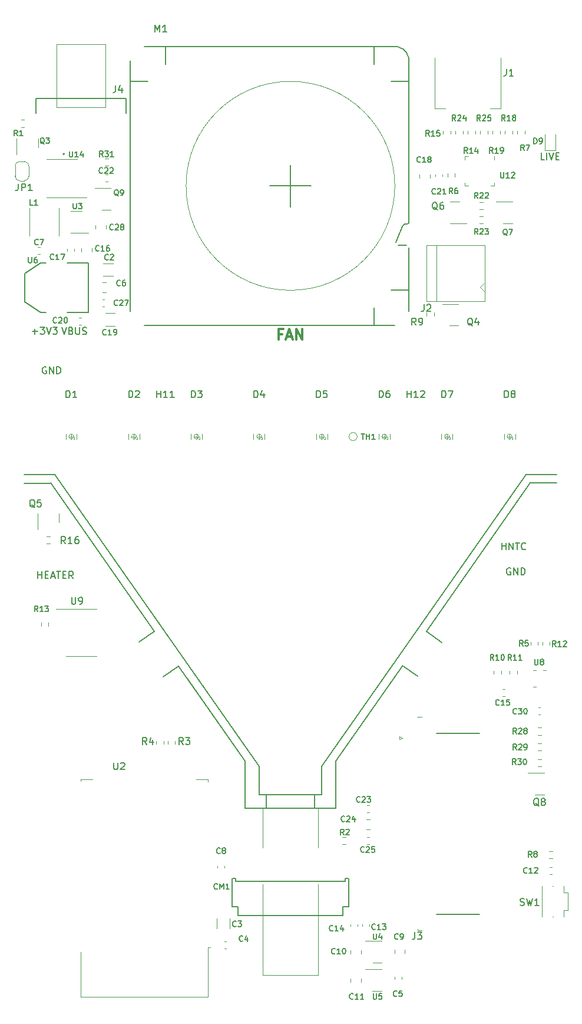
<source format=gbr>
G04 #@! TF.GenerationSoftware,KiCad,Pcbnew,6.0.11-2627ca5db0~126~ubuntu22.04.1*
G04 #@! TF.CreationDate,2025-05-27T11:10:10+02:00*
G04 #@! TF.ProjectId,qPocketPCR_Main,71506f63-6b65-4745-9043-525f4d61696e,rev?*
G04 #@! TF.SameCoordinates,Original*
G04 #@! TF.FileFunction,Legend,Top*
G04 #@! TF.FilePolarity,Positive*
%FSLAX46Y46*%
G04 Gerber Fmt 4.6, Leading zero omitted, Abs format (unit mm)*
G04 Created by KiCad (PCBNEW 6.0.11-2627ca5db0~126~ubuntu22.04.1) date 2025-05-27 11:10:10*
%MOMM*%
%LPD*%
G01*
G04 APERTURE LIST*
%ADD10C,0.150000*%
%ADD11C,0.150001*%
%ADD12C,0.100000*%
%ADD13C,0.300000*%
%ADD14C,0.120000*%
%ADD15C,0.050000*%
%ADD16C,0.200000*%
G04 APERTURE END LIST*
D10*
X121000000Y-156295501D02*
X127203655Y-156295501D01*
D11*
X65531004Y-94399227D02*
X61694028Y-94399227D01*
X93499077Y-141107068D02*
X93499077Y-134341770D01*
X104500748Y-139106538D02*
X104500748Y-135105834D01*
D12*
X96000000Y-146736000D02*
X96000000Y-141148000D01*
X96000000Y-165000000D02*
X104000000Y-165000000D01*
D11*
X80426570Y-115715503D02*
X65501593Y-94368916D01*
D10*
X100000000Y-48692091D02*
X100000000Y-54692091D01*
D11*
X95499252Y-135105834D02*
X95499252Y-139106893D01*
D12*
X66411984Y-31378233D02*
X73411984Y-31378233D01*
X73411984Y-31378233D02*
X73411984Y-40428233D01*
X73411984Y-40428233D02*
X66411984Y-40428233D01*
X66411984Y-40428233D02*
X66411984Y-31378233D01*
D11*
X133844561Y-93198909D02*
X138306326Y-93198909D01*
D12*
X96000000Y-152020000D02*
X96000000Y-165020000D01*
D11*
X93499077Y-134341770D02*
X83900187Y-120633378D01*
X103500660Y-139106538D02*
X103500660Y-141106713D01*
X61693674Y-93198909D02*
X66155793Y-93198909D01*
X95499252Y-139106538D02*
X104501102Y-139106538D01*
X138291803Y-94369115D02*
X134445606Y-94369104D01*
X134445748Y-94368998D02*
X119520771Y-115715584D01*
X106501277Y-134341770D02*
X106501277Y-141107068D01*
X106501277Y-141107068D02*
X93499077Y-141107068D01*
X78274273Y-117232705D02*
X80426570Y-115715503D01*
X96499694Y-139106538D02*
X96499694Y-141106713D01*
D10*
X97000000Y-51692091D02*
X103000000Y-51692091D01*
D11*
X116099919Y-120633272D02*
X106501029Y-134341664D01*
D12*
X104000000Y-141148000D02*
X104000000Y-146736000D01*
X104000000Y-152000000D02*
X104000000Y-165000000D01*
D11*
X66155793Y-93198909D02*
X95499394Y-135105834D01*
X104500748Y-135105834D02*
X133844561Y-93198909D01*
X119542106Y-115717533D02*
X121724398Y-117245665D01*
X118250710Y-122137301D02*
X116098403Y-120620099D01*
X93499077Y-134341770D02*
X85154513Y-122424746D01*
D10*
X121000000Y-130295501D02*
X127203655Y-130295501D01*
D11*
X83900435Y-120633272D02*
X81718143Y-122161403D01*
D10*
X63711984Y-108080613D02*
X63711984Y-107080613D01*
X63711984Y-107556804D02*
X64283412Y-107556804D01*
X64283412Y-108080613D02*
X64283412Y-107080613D01*
X64759603Y-107556804D02*
X65092936Y-107556804D01*
X65235793Y-108080613D02*
X64759603Y-108080613D01*
X64759603Y-107080613D01*
X65235793Y-107080613D01*
X65616745Y-107794899D02*
X66092936Y-107794899D01*
X65521507Y-108080613D02*
X65854841Y-107080613D01*
X66188174Y-108080613D01*
X66378650Y-107080613D02*
X66950079Y-107080613D01*
X66664364Y-108080613D02*
X66664364Y-107080613D01*
X67283412Y-107556804D02*
X67616745Y-107556804D01*
X67759603Y-108080613D02*
X67283412Y-108080613D01*
X67283412Y-107080613D01*
X67759603Y-107080613D01*
X68759603Y-108080613D02*
X68426269Y-107604423D01*
X68188174Y-108080613D02*
X68188174Y-107080613D01*
X68569126Y-107080613D01*
X68664364Y-107128233D01*
X68711984Y-107175852D01*
X68759603Y-107271090D01*
X68759603Y-107413947D01*
X68711984Y-107509185D01*
X68664364Y-107556804D01*
X68569126Y-107604423D01*
X68188174Y-107604423D01*
X131623095Y-106612000D02*
X131527857Y-106564380D01*
X131385000Y-106564380D01*
X131242142Y-106612000D01*
X131146904Y-106707238D01*
X131099285Y-106802476D01*
X131051666Y-106992952D01*
X131051666Y-107135809D01*
X131099285Y-107326285D01*
X131146904Y-107421523D01*
X131242142Y-107516761D01*
X131385000Y-107564380D01*
X131480238Y-107564380D01*
X131623095Y-107516761D01*
X131670714Y-107469142D01*
X131670714Y-107135809D01*
X131480238Y-107135809D01*
X132099285Y-107564380D02*
X132099285Y-106564380D01*
X132670714Y-107564380D01*
X132670714Y-106564380D01*
X133146904Y-107564380D02*
X133146904Y-106564380D01*
X133385000Y-106564380D01*
X133527857Y-106612000D01*
X133623095Y-106707238D01*
X133670714Y-106802476D01*
X133718333Y-106992952D01*
X133718333Y-107135809D01*
X133670714Y-107326285D01*
X133623095Y-107421523D01*
X133527857Y-107516761D01*
X133385000Y-107564380D01*
X133146904Y-107564380D01*
X130377023Y-103944880D02*
X130377023Y-102944880D01*
X130377023Y-103421071D02*
X130948452Y-103421071D01*
X130948452Y-103944880D02*
X130948452Y-102944880D01*
X131424642Y-103944880D02*
X131424642Y-102944880D01*
X131996071Y-103944880D01*
X131996071Y-102944880D01*
X132329404Y-102944880D02*
X132900833Y-102944880D01*
X132615119Y-103944880D02*
X132615119Y-102944880D01*
X133805595Y-103849642D02*
X133757976Y-103897261D01*
X133615119Y-103944880D01*
X133519880Y-103944880D01*
X133377023Y-103897261D01*
X133281785Y-103802023D01*
X133234166Y-103706785D01*
X133186547Y-103516309D01*
X133186547Y-103373452D01*
X133234166Y-103182976D01*
X133281785Y-103087738D01*
X133377023Y-102992500D01*
X133519880Y-102944880D01*
X133615119Y-102944880D01*
X133757976Y-102992500D01*
X133805595Y-103040119D01*
D13*
X98785714Y-72968857D02*
X98285714Y-72968857D01*
X98285714Y-73754571D02*
X98285714Y-72254571D01*
X99000000Y-72254571D01*
X99500000Y-73326000D02*
X100214285Y-73326000D01*
X99357142Y-73754571D02*
X99857142Y-72254571D01*
X100357142Y-73754571D01*
X100857142Y-73754571D02*
X100857142Y-72254571D01*
X101714285Y-73754571D01*
X101714285Y-72254571D01*
D10*
X62900079Y-72599661D02*
X63661984Y-72599661D01*
X63281031Y-72980613D02*
X63281031Y-72218709D01*
X64042936Y-71980613D02*
X64661984Y-71980613D01*
X64328650Y-72361566D01*
X64471507Y-72361566D01*
X64566745Y-72409185D01*
X64614364Y-72456804D01*
X64661984Y-72552042D01*
X64661984Y-72790137D01*
X64614364Y-72885375D01*
X64566745Y-72932994D01*
X64471507Y-72980613D01*
X64185793Y-72980613D01*
X64090555Y-72932994D01*
X64042936Y-72885375D01*
X64947698Y-71980613D02*
X65281031Y-72980613D01*
X65614364Y-71980613D01*
X65852460Y-71980613D02*
X66471507Y-71980613D01*
X66138174Y-72361566D01*
X66281031Y-72361566D01*
X66376269Y-72409185D01*
X66423888Y-72456804D01*
X66471507Y-72552042D01*
X66471507Y-72790137D01*
X66423888Y-72885375D01*
X66376269Y-72932994D01*
X66281031Y-72980613D01*
X65995317Y-72980613D01*
X65900079Y-72932994D01*
X65852460Y-72885375D01*
X64900079Y-77728233D02*
X64804841Y-77680613D01*
X64661984Y-77680613D01*
X64519126Y-77728233D01*
X64423888Y-77823471D01*
X64376269Y-77918709D01*
X64328650Y-78109185D01*
X64328650Y-78252042D01*
X64376269Y-78442518D01*
X64423888Y-78537756D01*
X64519126Y-78632994D01*
X64661984Y-78680613D01*
X64757222Y-78680613D01*
X64900079Y-78632994D01*
X64947698Y-78585375D01*
X64947698Y-78252042D01*
X64757222Y-78252042D01*
X65376269Y-78680613D02*
X65376269Y-77680613D01*
X65947698Y-78680613D01*
X65947698Y-77680613D01*
X66423888Y-78680613D02*
X66423888Y-77680613D01*
X66661984Y-77680613D01*
X66804841Y-77728233D01*
X66900079Y-77823471D01*
X66947698Y-77918709D01*
X66995317Y-78109185D01*
X66995317Y-78252042D01*
X66947698Y-78442518D01*
X66900079Y-78537756D01*
X66804841Y-78632994D01*
X66661984Y-78680613D01*
X66423888Y-78680613D01*
X136502460Y-47930613D02*
X136026269Y-47930613D01*
X136026269Y-46930613D01*
X136835793Y-47930613D02*
X136835793Y-46930613D01*
X137169126Y-46930613D02*
X137502460Y-47930613D01*
X137835793Y-46930613D01*
X138169126Y-47406804D02*
X138502460Y-47406804D01*
X138645317Y-47930613D02*
X138169126Y-47930613D01*
X138169126Y-46930613D01*
X138645317Y-46930613D01*
X67128650Y-72030613D02*
X67461984Y-73030613D01*
X67795317Y-72030613D01*
X68461984Y-72506804D02*
X68604841Y-72554423D01*
X68652460Y-72602042D01*
X68700079Y-72697280D01*
X68700079Y-72840137D01*
X68652460Y-72935375D01*
X68604841Y-72982994D01*
X68509603Y-73030613D01*
X68128650Y-73030613D01*
X68128650Y-72030613D01*
X68461984Y-72030613D01*
X68557222Y-72078233D01*
X68604841Y-72125852D01*
X68652460Y-72221090D01*
X68652460Y-72316328D01*
X68604841Y-72411566D01*
X68557222Y-72459185D01*
X68461984Y-72506804D01*
X68128650Y-72506804D01*
X69128650Y-72030613D02*
X69128650Y-72840137D01*
X69176269Y-72935375D01*
X69223888Y-72982994D01*
X69319126Y-73030613D01*
X69509603Y-73030613D01*
X69604841Y-72982994D01*
X69652460Y-72935375D01*
X69700079Y-72840137D01*
X69700079Y-72030613D01*
X70128650Y-72982994D02*
X70271507Y-73030613D01*
X70509603Y-73030613D01*
X70604841Y-72982994D01*
X70652460Y-72935375D01*
X70700079Y-72840137D01*
X70700079Y-72744899D01*
X70652460Y-72649661D01*
X70604841Y-72602042D01*
X70509603Y-72554423D01*
X70319126Y-72506804D01*
X70223888Y-72459185D01*
X70176269Y-72411566D01*
X70128650Y-72316328D01*
X70128650Y-72221090D01*
X70176269Y-72125852D01*
X70223888Y-72078233D01*
X70319126Y-72030613D01*
X70557222Y-72030613D01*
X70700079Y-72078233D01*
X89521507Y-152613947D02*
X89483412Y-152652042D01*
X89369126Y-152690137D01*
X89292936Y-152690137D01*
X89178650Y-152652042D01*
X89102460Y-152575852D01*
X89064364Y-152499661D01*
X89026269Y-152347280D01*
X89026269Y-152232994D01*
X89064364Y-152080613D01*
X89102460Y-152004423D01*
X89178650Y-151928233D01*
X89292936Y-151890137D01*
X89369126Y-151890137D01*
X89483412Y-151928233D01*
X89521507Y-151966328D01*
X89864364Y-152690137D02*
X89864364Y-151890137D01*
X90131031Y-152461566D01*
X90397698Y-151890137D01*
X90397698Y-152690137D01*
X91197698Y-152690137D02*
X90740555Y-152690137D01*
X90969126Y-152690137D02*
X90969126Y-151890137D01*
X90892936Y-152004423D01*
X90816745Y-152080613D01*
X90740555Y-152118709D01*
X131028650Y-34880613D02*
X131028650Y-35594899D01*
X130981031Y-35737756D01*
X130885793Y-35832994D01*
X130742936Y-35880613D01*
X130647698Y-35880613D01*
X132028650Y-35880613D02*
X131457222Y-35880613D01*
X131742936Y-35880613D02*
X131742936Y-34880613D01*
X131647698Y-35023471D01*
X131552460Y-35118709D01*
X131457222Y-35166328D01*
X117878650Y-158880613D02*
X117878650Y-159594899D01*
X117831031Y-159737756D01*
X117735793Y-159832994D01*
X117592936Y-159880613D01*
X117497698Y-159880613D01*
X118259603Y-158880613D02*
X118878650Y-158880613D01*
X118545317Y-159261566D01*
X118688174Y-159261566D01*
X118783412Y-159309185D01*
X118831031Y-159356804D01*
X118878650Y-159452042D01*
X118878650Y-159690137D01*
X118831031Y-159785375D01*
X118783412Y-159832994D01*
X118688174Y-159880613D01*
X118402460Y-159880613D01*
X118307222Y-159832994D01*
X118259603Y-159785375D01*
X111902460Y-167690137D02*
X111902460Y-168337756D01*
X111940555Y-168413947D01*
X111978650Y-168452042D01*
X112054841Y-168490137D01*
X112207222Y-168490137D01*
X112283412Y-168452042D01*
X112321507Y-168413947D01*
X112359603Y-168337756D01*
X112359603Y-167690137D01*
X113121507Y-167690137D02*
X112740555Y-167690137D01*
X112702460Y-168071090D01*
X112740555Y-168032994D01*
X112816745Y-167994899D01*
X113007222Y-167994899D01*
X113083412Y-168032994D01*
X113121507Y-168071090D01*
X113159603Y-168147280D01*
X113159603Y-168337756D01*
X113121507Y-168413947D01*
X113083412Y-168452042D01*
X113007222Y-168490137D01*
X112816745Y-168490137D01*
X112740555Y-168452042D01*
X112702460Y-168413947D01*
X67761904Y-82100880D02*
X67761904Y-81100880D01*
X68000000Y-81100880D01*
X68142857Y-81148500D01*
X68238095Y-81243738D01*
X68285714Y-81338976D01*
X68333333Y-81529452D01*
X68333333Y-81672309D01*
X68285714Y-81862785D01*
X68238095Y-81958023D01*
X68142857Y-82053261D01*
X68000000Y-82100880D01*
X67761904Y-82100880D01*
X69285714Y-82100880D02*
X68714285Y-82100880D01*
X69000000Y-82100880D02*
X69000000Y-81100880D01*
X68904761Y-81243738D01*
X68809523Y-81338976D01*
X68714285Y-81386595D01*
X76761904Y-82100880D02*
X76761904Y-81100880D01*
X77000000Y-81100880D01*
X77142857Y-81148500D01*
X77238095Y-81243738D01*
X77285714Y-81338976D01*
X77333333Y-81529452D01*
X77333333Y-81672309D01*
X77285714Y-81862785D01*
X77238095Y-81958023D01*
X77142857Y-82053261D01*
X77000000Y-82100880D01*
X76761904Y-82100880D01*
X77714285Y-81196119D02*
X77761904Y-81148500D01*
X77857142Y-81100880D01*
X78095238Y-81100880D01*
X78190476Y-81148500D01*
X78238095Y-81196119D01*
X78285714Y-81291357D01*
X78285714Y-81386595D01*
X78238095Y-81529452D01*
X77666666Y-82100880D01*
X78285714Y-82100880D01*
X85761904Y-82100880D02*
X85761904Y-81100880D01*
X86000000Y-81100880D01*
X86142857Y-81148500D01*
X86238095Y-81243738D01*
X86285714Y-81338976D01*
X86333333Y-81529452D01*
X86333333Y-81672309D01*
X86285714Y-81862785D01*
X86238095Y-81958023D01*
X86142857Y-82053261D01*
X86000000Y-82100880D01*
X85761904Y-82100880D01*
X86666666Y-81100880D02*
X87285714Y-81100880D01*
X86952380Y-81481833D01*
X87095238Y-81481833D01*
X87190476Y-81529452D01*
X87238095Y-81577071D01*
X87285714Y-81672309D01*
X87285714Y-81910404D01*
X87238095Y-82005642D01*
X87190476Y-82053261D01*
X87095238Y-82100880D01*
X86809523Y-82100880D01*
X86714285Y-82053261D01*
X86666666Y-82005642D01*
X94761904Y-82100880D02*
X94761904Y-81100880D01*
X95000000Y-81100880D01*
X95142857Y-81148500D01*
X95238095Y-81243738D01*
X95285714Y-81338976D01*
X95333333Y-81529452D01*
X95333333Y-81672309D01*
X95285714Y-81862785D01*
X95238095Y-81958023D01*
X95142857Y-82053261D01*
X95000000Y-82100880D01*
X94761904Y-82100880D01*
X96190476Y-81434214D02*
X96190476Y-82100880D01*
X95952380Y-81053261D02*
X95714285Y-81767547D01*
X96333333Y-81767547D01*
X103761904Y-82100880D02*
X103761904Y-81100880D01*
X104000000Y-81100880D01*
X104142857Y-81148500D01*
X104238095Y-81243738D01*
X104285714Y-81338976D01*
X104333333Y-81529452D01*
X104333333Y-81672309D01*
X104285714Y-81862785D01*
X104238095Y-81958023D01*
X104142857Y-82053261D01*
X104000000Y-82100880D01*
X103761904Y-82100880D01*
X105238095Y-81100880D02*
X104761904Y-81100880D01*
X104714285Y-81577071D01*
X104761904Y-81529452D01*
X104857142Y-81481833D01*
X105095238Y-81481833D01*
X105190476Y-81529452D01*
X105238095Y-81577071D01*
X105285714Y-81672309D01*
X105285714Y-81910404D01*
X105238095Y-82005642D01*
X105190476Y-82053261D01*
X105095238Y-82100880D01*
X104857142Y-82100880D01*
X104761904Y-82053261D01*
X104714285Y-82005642D01*
X121761904Y-82100880D02*
X121761904Y-81100880D01*
X122000000Y-81100880D01*
X122142857Y-81148500D01*
X122238095Y-81243738D01*
X122285714Y-81338976D01*
X122333333Y-81529452D01*
X122333333Y-81672309D01*
X122285714Y-81862785D01*
X122238095Y-81958023D01*
X122142857Y-82053261D01*
X122000000Y-82100880D01*
X121761904Y-82100880D01*
X122666666Y-81100880D02*
X123333333Y-81100880D01*
X122904761Y-82100880D01*
X112761904Y-82100880D02*
X112761904Y-81100880D01*
X113000000Y-81100880D01*
X113142857Y-81148500D01*
X113238095Y-81243738D01*
X113285714Y-81338976D01*
X113333333Y-81529452D01*
X113333333Y-81672309D01*
X113285714Y-81862785D01*
X113238095Y-81958023D01*
X113142857Y-82053261D01*
X113000000Y-82100880D01*
X112761904Y-82100880D01*
X114190476Y-81100880D02*
X114000000Y-81100880D01*
X113904761Y-81148500D01*
X113857142Y-81196119D01*
X113761904Y-81338976D01*
X113714285Y-81529452D01*
X113714285Y-81910404D01*
X113761904Y-82005642D01*
X113809523Y-82053261D01*
X113904761Y-82100880D01*
X114095238Y-82100880D01*
X114190476Y-82053261D01*
X114238095Y-82005642D01*
X114285714Y-81910404D01*
X114285714Y-81672309D01*
X114238095Y-81577071D01*
X114190476Y-81529452D01*
X114095238Y-81481833D01*
X113904761Y-81481833D01*
X113809523Y-81529452D01*
X113761904Y-81577071D01*
X113714285Y-81672309D01*
X107678650Y-144890137D02*
X107411984Y-144509185D01*
X107221507Y-144890137D02*
X107221507Y-144090137D01*
X107526269Y-144090137D01*
X107602460Y-144128233D01*
X107640555Y-144166328D01*
X107678650Y-144242518D01*
X107678650Y-144356804D01*
X107640555Y-144432994D01*
X107602460Y-144471090D01*
X107526269Y-144509185D01*
X107221507Y-144509185D01*
X107983412Y-144166328D02*
X108021507Y-144128233D01*
X108097698Y-144090137D01*
X108288174Y-144090137D01*
X108364364Y-144128233D01*
X108402460Y-144166328D01*
X108440555Y-144242518D01*
X108440555Y-144318709D01*
X108402460Y-144432994D01*
X107945317Y-144890137D01*
X108440555Y-144890137D01*
X84595317Y-131930613D02*
X84261984Y-131454423D01*
X84023888Y-131930613D02*
X84023888Y-130930613D01*
X84404841Y-130930613D01*
X84500079Y-130978233D01*
X84547698Y-131025852D01*
X84595317Y-131121090D01*
X84595317Y-131263947D01*
X84547698Y-131359185D01*
X84500079Y-131406804D01*
X84404841Y-131454423D01*
X84023888Y-131454423D01*
X84928650Y-130930613D02*
X85547698Y-130930613D01*
X85214364Y-131311566D01*
X85357222Y-131311566D01*
X85452460Y-131359185D01*
X85500079Y-131406804D01*
X85547698Y-131502042D01*
X85547698Y-131740137D01*
X85500079Y-131835375D01*
X85452460Y-131882994D01*
X85357222Y-131930613D01*
X85071507Y-131930613D01*
X84976269Y-131882994D01*
X84928650Y-131835375D01*
X133578650Y-46590137D02*
X133311984Y-46209185D01*
X133121507Y-46590137D02*
X133121507Y-45790137D01*
X133426269Y-45790137D01*
X133502460Y-45828233D01*
X133540555Y-45866328D01*
X133578650Y-45942518D01*
X133578650Y-46056804D01*
X133540555Y-46132994D01*
X133502460Y-46171090D01*
X133426269Y-46209185D01*
X133121507Y-46209185D01*
X133845317Y-45790137D02*
X134378650Y-45790137D01*
X134035793Y-46590137D01*
X132497698Y-130390137D02*
X132231031Y-130009185D01*
X132040555Y-130390137D02*
X132040555Y-129590137D01*
X132345317Y-129590137D01*
X132421507Y-129628233D01*
X132459603Y-129666328D01*
X132497698Y-129742518D01*
X132497698Y-129856804D01*
X132459603Y-129932994D01*
X132421507Y-129971090D01*
X132345317Y-130009185D01*
X132040555Y-130009185D01*
X132802460Y-129666328D02*
X132840555Y-129628233D01*
X132916745Y-129590137D01*
X133107222Y-129590137D01*
X133183412Y-129628233D01*
X133221507Y-129666328D01*
X133259603Y-129742518D01*
X133259603Y-129818709D01*
X133221507Y-129932994D01*
X132764364Y-130390137D01*
X133259603Y-130390137D01*
X133716745Y-129932994D02*
X133640555Y-129894899D01*
X133602460Y-129856804D01*
X133564364Y-129780613D01*
X133564364Y-129742518D01*
X133602460Y-129666328D01*
X133640555Y-129628233D01*
X133716745Y-129590137D01*
X133869126Y-129590137D01*
X133945317Y-129628233D01*
X133983412Y-129666328D01*
X134021507Y-129742518D01*
X134021507Y-129780613D01*
X133983412Y-129856804D01*
X133945317Y-129894899D01*
X133869126Y-129932994D01*
X133716745Y-129932994D01*
X133640555Y-129971090D01*
X133602460Y-130009185D01*
X133564364Y-130085375D01*
X133564364Y-130237756D01*
X133602460Y-130313947D01*
X133640555Y-130352042D01*
X133716745Y-130390137D01*
X133869126Y-130390137D01*
X133945317Y-130352042D01*
X133983412Y-130313947D01*
X134021507Y-130237756D01*
X134021507Y-130085375D01*
X133983412Y-130009185D01*
X133945317Y-129971090D01*
X133869126Y-129932994D01*
X132497698Y-132690137D02*
X132231031Y-132309185D01*
X132040555Y-132690137D02*
X132040555Y-131890137D01*
X132345317Y-131890137D01*
X132421507Y-131928233D01*
X132459603Y-131966328D01*
X132497698Y-132042518D01*
X132497698Y-132156804D01*
X132459603Y-132232994D01*
X132421507Y-132271090D01*
X132345317Y-132309185D01*
X132040555Y-132309185D01*
X132802460Y-131966328D02*
X132840555Y-131928233D01*
X132916745Y-131890137D01*
X133107222Y-131890137D01*
X133183412Y-131928233D01*
X133221507Y-131966328D01*
X133259603Y-132042518D01*
X133259603Y-132118709D01*
X133221507Y-132232994D01*
X132764364Y-132690137D01*
X133259603Y-132690137D01*
X133640555Y-132690137D02*
X133792936Y-132690137D01*
X133869126Y-132652042D01*
X133907222Y-132613947D01*
X133983412Y-132499661D01*
X134021507Y-132347280D01*
X134021507Y-132042518D01*
X133983412Y-131966328D01*
X133945317Y-131928233D01*
X133869126Y-131890137D01*
X133716745Y-131890137D01*
X133640555Y-131928233D01*
X133602460Y-131966328D01*
X133564364Y-132042518D01*
X133564364Y-132232994D01*
X133602460Y-132309185D01*
X133640555Y-132347280D01*
X133716745Y-132385375D01*
X133869126Y-132385375D01*
X133945317Y-132347280D01*
X133983412Y-132309185D01*
X134021507Y-132232994D01*
X132397698Y-134790137D02*
X132131031Y-134409185D01*
X131940555Y-134790137D02*
X131940555Y-133990137D01*
X132245317Y-133990137D01*
X132321507Y-134028233D01*
X132359603Y-134066328D01*
X132397698Y-134142518D01*
X132397698Y-134256804D01*
X132359603Y-134332994D01*
X132321507Y-134371090D01*
X132245317Y-134409185D01*
X131940555Y-134409185D01*
X132664364Y-133990137D02*
X133159603Y-133990137D01*
X132892936Y-134294899D01*
X133007222Y-134294899D01*
X133083412Y-134332994D01*
X133121507Y-134371090D01*
X133159603Y-134447280D01*
X133159603Y-134637756D01*
X133121507Y-134713947D01*
X133083412Y-134752042D01*
X133007222Y-134790137D01*
X132778650Y-134790137D01*
X132702460Y-134752042D01*
X132664364Y-134713947D01*
X133654841Y-133990137D02*
X133731031Y-133990137D01*
X133807222Y-134028233D01*
X133845317Y-134066328D01*
X133883412Y-134142518D01*
X133921507Y-134294899D01*
X133921507Y-134485375D01*
X133883412Y-134637756D01*
X133845317Y-134713947D01*
X133807222Y-134752042D01*
X133731031Y-134790137D01*
X133654841Y-134790137D01*
X133578650Y-134752042D01*
X133540555Y-134713947D01*
X133502460Y-134637756D01*
X133464364Y-134485375D01*
X133464364Y-134294899D01*
X133502460Y-134142518D01*
X133540555Y-134066328D01*
X133578650Y-134028233D01*
X133654841Y-133990137D01*
X123742714Y-42322904D02*
X123476047Y-41941952D01*
X123285571Y-42322904D02*
X123285571Y-41522904D01*
X123590333Y-41522904D01*
X123666523Y-41561000D01*
X123704619Y-41599095D01*
X123742714Y-41675285D01*
X123742714Y-41789571D01*
X123704619Y-41865761D01*
X123666523Y-41903857D01*
X123590333Y-41941952D01*
X123285571Y-41941952D01*
X124047476Y-41599095D02*
X124085571Y-41561000D01*
X124161761Y-41522904D01*
X124352238Y-41522904D01*
X124428428Y-41561000D01*
X124466523Y-41599095D01*
X124504619Y-41675285D01*
X124504619Y-41751476D01*
X124466523Y-41865761D01*
X124009380Y-42322904D01*
X124504619Y-42322904D01*
X125190333Y-41789571D02*
X125190333Y-42322904D01*
X124999857Y-41484809D02*
X124809380Y-42056238D01*
X125304619Y-42056238D01*
X130854714Y-42322904D02*
X130588047Y-41941952D01*
X130397571Y-42322904D02*
X130397571Y-41522904D01*
X130702333Y-41522904D01*
X130778523Y-41561000D01*
X130816619Y-41599095D01*
X130854714Y-41675285D01*
X130854714Y-41789571D01*
X130816619Y-41865761D01*
X130778523Y-41903857D01*
X130702333Y-41941952D01*
X130397571Y-41941952D01*
X131616619Y-42322904D02*
X131159476Y-42322904D01*
X131388047Y-42322904D02*
X131388047Y-41522904D01*
X131311857Y-41637190D01*
X131235666Y-41713380D01*
X131159476Y-41751476D01*
X132073761Y-41865761D02*
X131997571Y-41827666D01*
X131959476Y-41789571D01*
X131921380Y-41713380D01*
X131921380Y-41675285D01*
X131959476Y-41599095D01*
X131997571Y-41561000D01*
X132073761Y-41522904D01*
X132226142Y-41522904D01*
X132302333Y-41561000D01*
X132340428Y-41599095D01*
X132378523Y-41675285D01*
X132378523Y-41713380D01*
X132340428Y-41789571D01*
X132302333Y-41827666D01*
X132226142Y-41865761D01*
X132073761Y-41865761D01*
X131997571Y-41903857D01*
X131959476Y-41941952D01*
X131921380Y-42018142D01*
X131921380Y-42170523D01*
X131959476Y-42246714D01*
X131997571Y-42284809D01*
X132073761Y-42322904D01*
X132226142Y-42322904D01*
X132302333Y-42284809D01*
X132340428Y-42246714D01*
X132378523Y-42170523D01*
X132378523Y-42018142D01*
X132340428Y-41941952D01*
X132302333Y-41903857D01*
X132226142Y-41865761D01*
X73057948Y-47490137D02*
X72791281Y-47109185D01*
X72600805Y-47490137D02*
X72600805Y-46690137D01*
X72905567Y-46690137D01*
X72981757Y-46728233D01*
X73019853Y-46766328D01*
X73057948Y-46842518D01*
X73057948Y-46956804D01*
X73019853Y-47032994D01*
X72981757Y-47071090D01*
X72905567Y-47109185D01*
X72600805Y-47109185D01*
X73324614Y-46690137D02*
X73819853Y-46690137D01*
X73553186Y-46994899D01*
X73667472Y-46994899D01*
X73743662Y-47032994D01*
X73781757Y-47071090D01*
X73819853Y-47147280D01*
X73819853Y-47337756D01*
X73781757Y-47413947D01*
X73743662Y-47452042D01*
X73667472Y-47490137D01*
X73438900Y-47490137D01*
X73362710Y-47452042D01*
X73324614Y-47413947D01*
X74581757Y-47490137D02*
X74124614Y-47490137D01*
X74353186Y-47490137D02*
X74353186Y-46690137D01*
X74276995Y-46804423D01*
X74200805Y-46880613D01*
X74124614Y-46918709D01*
X129097698Y-46990137D02*
X128831031Y-46609185D01*
X128640555Y-46990137D02*
X128640555Y-46190137D01*
X128945317Y-46190137D01*
X129021507Y-46228233D01*
X129059603Y-46266328D01*
X129097698Y-46342518D01*
X129097698Y-46456804D01*
X129059603Y-46532994D01*
X129021507Y-46571090D01*
X128945317Y-46609185D01*
X128640555Y-46609185D01*
X129859603Y-46990137D02*
X129402460Y-46990137D01*
X129631031Y-46990137D02*
X129631031Y-46190137D01*
X129554841Y-46304423D01*
X129478650Y-46380613D01*
X129402460Y-46418709D01*
X130240555Y-46990137D02*
X130392936Y-46990137D01*
X130469126Y-46952042D01*
X130507222Y-46913947D01*
X130583412Y-46799661D01*
X130621507Y-46647280D01*
X130621507Y-46342518D01*
X130583412Y-46266328D01*
X130545317Y-46228233D01*
X130469126Y-46190137D01*
X130316745Y-46190137D01*
X130240555Y-46228233D01*
X130202460Y-46266328D01*
X130164364Y-46342518D01*
X130164364Y-46532994D01*
X130202460Y-46609185D01*
X130240555Y-46647280D01*
X130316745Y-46685375D01*
X130469126Y-46685375D01*
X130545317Y-46647280D01*
X130583412Y-46609185D01*
X130621507Y-46532994D01*
X111902460Y-159090137D02*
X111902460Y-159737756D01*
X111940555Y-159813947D01*
X111978650Y-159852042D01*
X112054841Y-159890137D01*
X112207222Y-159890137D01*
X112283412Y-159852042D01*
X112321507Y-159813947D01*
X112359603Y-159737756D01*
X112359603Y-159090137D01*
X113083412Y-159356804D02*
X113083412Y-159890137D01*
X112892936Y-159052042D02*
X112702460Y-159623471D01*
X113197698Y-159623471D01*
X129197698Y-119790137D02*
X128931031Y-119409185D01*
X128740555Y-119790137D02*
X128740555Y-118990137D01*
X129045317Y-118990137D01*
X129121507Y-119028233D01*
X129159603Y-119066328D01*
X129197698Y-119142518D01*
X129197698Y-119256804D01*
X129159603Y-119332994D01*
X129121507Y-119371090D01*
X129045317Y-119409185D01*
X128740555Y-119409185D01*
X129959603Y-119790137D02*
X129502460Y-119790137D01*
X129731031Y-119790137D02*
X129731031Y-118990137D01*
X129654841Y-119104423D01*
X129578650Y-119180613D01*
X129502460Y-119218709D01*
X130454841Y-118990137D02*
X130531031Y-118990137D01*
X130607222Y-119028233D01*
X130645317Y-119066328D01*
X130683412Y-119142518D01*
X130721507Y-119294899D01*
X130721507Y-119485375D01*
X130683412Y-119637756D01*
X130645317Y-119713947D01*
X130607222Y-119752042D01*
X130531031Y-119790137D01*
X130454841Y-119790137D01*
X130378650Y-119752042D01*
X130340555Y-119713947D01*
X130302460Y-119637756D01*
X130264364Y-119485375D01*
X130264364Y-119294899D01*
X130302460Y-119142518D01*
X130340555Y-119066328D01*
X130378650Y-119028233D01*
X130454841Y-118990137D01*
X131747698Y-119790137D02*
X131481031Y-119409185D01*
X131290555Y-119790137D02*
X131290555Y-118990137D01*
X131595317Y-118990137D01*
X131671507Y-119028233D01*
X131709603Y-119066328D01*
X131747698Y-119142518D01*
X131747698Y-119256804D01*
X131709603Y-119332994D01*
X131671507Y-119371090D01*
X131595317Y-119409185D01*
X131290555Y-119409185D01*
X132509603Y-119790137D02*
X132052460Y-119790137D01*
X132281031Y-119790137D02*
X132281031Y-118990137D01*
X132204841Y-119104423D01*
X132128650Y-119180613D01*
X132052460Y-119218709D01*
X133271507Y-119790137D02*
X132814364Y-119790137D01*
X133042936Y-119790137D02*
X133042936Y-118990137D01*
X132966745Y-119104423D01*
X132890555Y-119180613D01*
X132814364Y-119218709D01*
X73800634Y-62250430D02*
X73762539Y-62288525D01*
X73648253Y-62326620D01*
X73572063Y-62326620D01*
X73457777Y-62288525D01*
X73381587Y-62212335D01*
X73343491Y-62136144D01*
X73305396Y-61983763D01*
X73305396Y-61869477D01*
X73343491Y-61717096D01*
X73381587Y-61640906D01*
X73457777Y-61564716D01*
X73572063Y-61526620D01*
X73648253Y-61526620D01*
X73762539Y-61564716D01*
X73800634Y-61602811D01*
X74105396Y-61602811D02*
X74143491Y-61564716D01*
X74219682Y-61526620D01*
X74410158Y-61526620D01*
X74486348Y-61564716D01*
X74524444Y-61602811D01*
X74562539Y-61679001D01*
X74562539Y-61755192D01*
X74524444Y-61869477D01*
X74067301Y-62326620D01*
X74562539Y-62326620D01*
X93128650Y-160113947D02*
X93090555Y-160152042D01*
X92976269Y-160190137D01*
X92900079Y-160190137D01*
X92785793Y-160152042D01*
X92709603Y-160075852D01*
X92671507Y-159999661D01*
X92633412Y-159847280D01*
X92633412Y-159732994D01*
X92671507Y-159580613D01*
X92709603Y-159504423D01*
X92785793Y-159428233D01*
X92900079Y-159390137D01*
X92976269Y-159390137D01*
X93090555Y-159428233D01*
X93128650Y-159466328D01*
X93814364Y-159656804D02*
X93814364Y-160190137D01*
X93623888Y-159352042D02*
X93433412Y-159923471D01*
X93928650Y-159923471D01*
X115278650Y-168013947D02*
X115240555Y-168052042D01*
X115126269Y-168090137D01*
X115050079Y-168090137D01*
X114935793Y-168052042D01*
X114859603Y-167975852D01*
X114821507Y-167899661D01*
X114783412Y-167747280D01*
X114783412Y-167632994D01*
X114821507Y-167480613D01*
X114859603Y-167404423D01*
X114935793Y-167328233D01*
X115050079Y-167290137D01*
X115126269Y-167290137D01*
X115240555Y-167328233D01*
X115278650Y-167366328D01*
X116002460Y-167290137D02*
X115621507Y-167290137D01*
X115583412Y-167671090D01*
X115621507Y-167632994D01*
X115697698Y-167594899D01*
X115888174Y-167594899D01*
X115964364Y-167632994D01*
X116002460Y-167671090D01*
X116040555Y-167747280D01*
X116040555Y-167937756D01*
X116002460Y-168013947D01*
X115964364Y-168052042D01*
X115888174Y-168090137D01*
X115697698Y-168090137D01*
X115621507Y-168052042D01*
X115583412Y-168013947D01*
X75531650Y-65974197D02*
X75493555Y-66012292D01*
X75379269Y-66050387D01*
X75303079Y-66050387D01*
X75188793Y-66012292D01*
X75112603Y-65936102D01*
X75074507Y-65859911D01*
X75036412Y-65707530D01*
X75036412Y-65593244D01*
X75074507Y-65440863D01*
X75112603Y-65364673D01*
X75188793Y-65288483D01*
X75303079Y-65250387D01*
X75379269Y-65250387D01*
X75493555Y-65288483D01*
X75531650Y-65326578D01*
X76217364Y-65250387D02*
X76064984Y-65250387D01*
X75988793Y-65288483D01*
X75950698Y-65326578D01*
X75874507Y-65440863D01*
X75836412Y-65593244D01*
X75836412Y-65898006D01*
X75874507Y-65974197D01*
X75912603Y-66012292D01*
X75988793Y-66050387D01*
X76141174Y-66050387D01*
X76217364Y-66012292D01*
X76255460Y-65974197D01*
X76293555Y-65898006D01*
X76293555Y-65707530D01*
X76255460Y-65631340D01*
X76217364Y-65593244D01*
X76141174Y-65555149D01*
X75988793Y-65555149D01*
X75912603Y-65593244D01*
X75874507Y-65631340D01*
X75836412Y-65707530D01*
X63720650Y-60097197D02*
X63682555Y-60135292D01*
X63568269Y-60173387D01*
X63492079Y-60173387D01*
X63377793Y-60135292D01*
X63301603Y-60059102D01*
X63263507Y-59982911D01*
X63225412Y-59830530D01*
X63225412Y-59716244D01*
X63263507Y-59563863D01*
X63301603Y-59487673D01*
X63377793Y-59411483D01*
X63492079Y-59373387D01*
X63568269Y-59373387D01*
X63682555Y-59411483D01*
X63720650Y-59449578D01*
X63987317Y-59373387D02*
X64520650Y-59373387D01*
X64177793Y-60173387D01*
X89878650Y-147513947D02*
X89840555Y-147552042D01*
X89726269Y-147590137D01*
X89650079Y-147590137D01*
X89535793Y-147552042D01*
X89459603Y-147475852D01*
X89421507Y-147399661D01*
X89383412Y-147247280D01*
X89383412Y-147132994D01*
X89421507Y-146980613D01*
X89459603Y-146904423D01*
X89535793Y-146828233D01*
X89650079Y-146790137D01*
X89726269Y-146790137D01*
X89840555Y-146828233D01*
X89878650Y-146866328D01*
X90335793Y-147132994D02*
X90259603Y-147094899D01*
X90221507Y-147056804D01*
X90183412Y-146980613D01*
X90183412Y-146942518D01*
X90221507Y-146866328D01*
X90259603Y-146828233D01*
X90335793Y-146790137D01*
X90488174Y-146790137D01*
X90564364Y-146828233D01*
X90602460Y-146866328D01*
X90640555Y-146942518D01*
X90640555Y-146980613D01*
X90602460Y-147056804D01*
X90564364Y-147094899D01*
X90488174Y-147132994D01*
X90335793Y-147132994D01*
X90259603Y-147171090D01*
X90221507Y-147209185D01*
X90183412Y-147285375D01*
X90183412Y-147437756D01*
X90221507Y-147513947D01*
X90259603Y-147552042D01*
X90335793Y-147590137D01*
X90488174Y-147590137D01*
X90564364Y-147552042D01*
X90602460Y-147513947D01*
X90640555Y-147437756D01*
X90640555Y-147285375D01*
X90602460Y-147209185D01*
X90564364Y-147171090D01*
X90488174Y-147132994D01*
X115478650Y-159813947D02*
X115440555Y-159852042D01*
X115326269Y-159890137D01*
X115250079Y-159890137D01*
X115135793Y-159852042D01*
X115059603Y-159775852D01*
X115021507Y-159699661D01*
X114983412Y-159547280D01*
X114983412Y-159432994D01*
X115021507Y-159280613D01*
X115059603Y-159204423D01*
X115135793Y-159128233D01*
X115250079Y-159090137D01*
X115326269Y-159090137D01*
X115440555Y-159128233D01*
X115478650Y-159166328D01*
X115859603Y-159890137D02*
X116011984Y-159890137D01*
X116088174Y-159852042D01*
X116126269Y-159813947D01*
X116202460Y-159699661D01*
X116240555Y-159547280D01*
X116240555Y-159242518D01*
X116202460Y-159166328D01*
X116164364Y-159128233D01*
X116088174Y-159090137D01*
X115935793Y-159090137D01*
X115859603Y-159128233D01*
X115821507Y-159166328D01*
X115783412Y-159242518D01*
X115783412Y-159432994D01*
X115821507Y-159509185D01*
X115859603Y-159547280D01*
X115935793Y-159585375D01*
X116088174Y-159585375D01*
X116164364Y-159547280D01*
X116202460Y-159509185D01*
X116240555Y-159432994D01*
X106397698Y-161913947D02*
X106359603Y-161952042D01*
X106245317Y-161990137D01*
X106169126Y-161990137D01*
X106054841Y-161952042D01*
X105978650Y-161875852D01*
X105940555Y-161799661D01*
X105902460Y-161647280D01*
X105902460Y-161532994D01*
X105940555Y-161380613D01*
X105978650Y-161304423D01*
X106054841Y-161228233D01*
X106169126Y-161190137D01*
X106245317Y-161190137D01*
X106359603Y-161228233D01*
X106397698Y-161266328D01*
X107159603Y-161990137D02*
X106702460Y-161990137D01*
X106931031Y-161990137D02*
X106931031Y-161190137D01*
X106854841Y-161304423D01*
X106778650Y-161380613D01*
X106702460Y-161418709D01*
X107654841Y-161190137D02*
X107731031Y-161190137D01*
X107807222Y-161228233D01*
X107845317Y-161266328D01*
X107883412Y-161342518D01*
X107921507Y-161494899D01*
X107921507Y-161685375D01*
X107883412Y-161837756D01*
X107845317Y-161913947D01*
X107807222Y-161952042D01*
X107731031Y-161990137D01*
X107654841Y-161990137D01*
X107578650Y-161952042D01*
X107540555Y-161913947D01*
X107502460Y-161837756D01*
X107464364Y-161685375D01*
X107464364Y-161494899D01*
X107502460Y-161342518D01*
X107540555Y-161266328D01*
X107578650Y-161228233D01*
X107654841Y-161190137D01*
X108997698Y-168413947D02*
X108959603Y-168452042D01*
X108845317Y-168490137D01*
X108769126Y-168490137D01*
X108654841Y-168452042D01*
X108578650Y-168375852D01*
X108540555Y-168299661D01*
X108502460Y-168147280D01*
X108502460Y-168032994D01*
X108540555Y-167880613D01*
X108578650Y-167804423D01*
X108654841Y-167728233D01*
X108769126Y-167690137D01*
X108845317Y-167690137D01*
X108959603Y-167728233D01*
X108997698Y-167766328D01*
X109759603Y-168490137D02*
X109302460Y-168490137D01*
X109531031Y-168490137D02*
X109531031Y-167690137D01*
X109454841Y-167804423D01*
X109378650Y-167880613D01*
X109302460Y-167918709D01*
X110521507Y-168490137D02*
X110064364Y-168490137D01*
X110292936Y-168490137D02*
X110292936Y-167690137D01*
X110216745Y-167804423D01*
X110140555Y-167880613D01*
X110064364Y-167918709D01*
X133997698Y-150313947D02*
X133959603Y-150352042D01*
X133845317Y-150390137D01*
X133769126Y-150390137D01*
X133654841Y-150352042D01*
X133578650Y-150275852D01*
X133540555Y-150199661D01*
X133502460Y-150047280D01*
X133502460Y-149932994D01*
X133540555Y-149780613D01*
X133578650Y-149704423D01*
X133654841Y-149628233D01*
X133769126Y-149590137D01*
X133845317Y-149590137D01*
X133959603Y-149628233D01*
X133997698Y-149666328D01*
X134759603Y-150390137D02*
X134302460Y-150390137D01*
X134531031Y-150390137D02*
X134531031Y-149590137D01*
X134454841Y-149704423D01*
X134378650Y-149780613D01*
X134302460Y-149818709D01*
X135064364Y-149666328D02*
X135102460Y-149628233D01*
X135178650Y-149590137D01*
X135369126Y-149590137D01*
X135445317Y-149628233D01*
X135483412Y-149666328D01*
X135521507Y-149742518D01*
X135521507Y-149818709D01*
X135483412Y-149932994D01*
X135026269Y-150390137D01*
X135521507Y-150390137D01*
X112197698Y-158413947D02*
X112159603Y-158452042D01*
X112045317Y-158490137D01*
X111969126Y-158490137D01*
X111854841Y-158452042D01*
X111778650Y-158375852D01*
X111740555Y-158299661D01*
X111702460Y-158147280D01*
X111702460Y-158032994D01*
X111740555Y-157880613D01*
X111778650Y-157804423D01*
X111854841Y-157728233D01*
X111969126Y-157690137D01*
X112045317Y-157690137D01*
X112159603Y-157728233D01*
X112197698Y-157766328D01*
X112959603Y-158490137D02*
X112502460Y-158490137D01*
X112731031Y-158490137D02*
X112731031Y-157690137D01*
X112654841Y-157804423D01*
X112578650Y-157880613D01*
X112502460Y-157918709D01*
X113226269Y-157690137D02*
X113721507Y-157690137D01*
X113454841Y-157994899D01*
X113569126Y-157994899D01*
X113645317Y-158032994D01*
X113683412Y-158071090D01*
X113721507Y-158147280D01*
X113721507Y-158337756D01*
X113683412Y-158413947D01*
X113645317Y-158452042D01*
X113569126Y-158490137D01*
X113340555Y-158490137D01*
X113264364Y-158452042D01*
X113226269Y-158413947D01*
X129997698Y-126213947D02*
X129959603Y-126252042D01*
X129845317Y-126290137D01*
X129769126Y-126290137D01*
X129654841Y-126252042D01*
X129578650Y-126175852D01*
X129540555Y-126099661D01*
X129502460Y-125947280D01*
X129502460Y-125832994D01*
X129540555Y-125680613D01*
X129578650Y-125604423D01*
X129654841Y-125528233D01*
X129769126Y-125490137D01*
X129845317Y-125490137D01*
X129959603Y-125528233D01*
X129997698Y-125566328D01*
X130759603Y-126290137D02*
X130302460Y-126290137D01*
X130531031Y-126290137D02*
X130531031Y-125490137D01*
X130454841Y-125604423D01*
X130378650Y-125680613D01*
X130302460Y-125718709D01*
X131483412Y-125490137D02*
X131102460Y-125490137D01*
X131064364Y-125871090D01*
X131102460Y-125832994D01*
X131178650Y-125794899D01*
X131369126Y-125794899D01*
X131445317Y-125832994D01*
X131483412Y-125871090D01*
X131521507Y-125947280D01*
X131521507Y-126137756D01*
X131483412Y-126213947D01*
X131445317Y-126252042D01*
X131369126Y-126290137D01*
X131178650Y-126290137D01*
X131102460Y-126252042D01*
X131064364Y-126213947D01*
X66397698Y-71313947D02*
X66359603Y-71352042D01*
X66245317Y-71390137D01*
X66169126Y-71390137D01*
X66054841Y-71352042D01*
X65978650Y-71275852D01*
X65940555Y-71199661D01*
X65902460Y-71047280D01*
X65902460Y-70932994D01*
X65940555Y-70780613D01*
X65978650Y-70704423D01*
X66054841Y-70628233D01*
X66169126Y-70590137D01*
X66245317Y-70590137D01*
X66359603Y-70628233D01*
X66397698Y-70666328D01*
X66702460Y-70666328D02*
X66740555Y-70628233D01*
X66816745Y-70590137D01*
X67007222Y-70590137D01*
X67083412Y-70628233D01*
X67121507Y-70666328D01*
X67159603Y-70742518D01*
X67159603Y-70818709D01*
X67121507Y-70932994D01*
X66664364Y-71390137D01*
X67159603Y-71390137D01*
X67654841Y-70590137D02*
X67731031Y-70590137D01*
X67807222Y-70628233D01*
X67845317Y-70666328D01*
X67883412Y-70742518D01*
X67921507Y-70894899D01*
X67921507Y-71085375D01*
X67883412Y-71237756D01*
X67845317Y-71313947D01*
X67807222Y-71352042D01*
X67731031Y-71390137D01*
X67654841Y-71390137D01*
X67578650Y-71352042D01*
X67540555Y-71313947D01*
X67502460Y-71237756D01*
X67464364Y-71085375D01*
X67464364Y-70894899D01*
X67502460Y-70742518D01*
X67540555Y-70666328D01*
X67578650Y-70628233D01*
X67654841Y-70590137D01*
X120821714Y-52787714D02*
X120783619Y-52825809D01*
X120669333Y-52863904D01*
X120593142Y-52863904D01*
X120478857Y-52825809D01*
X120402666Y-52749619D01*
X120364571Y-52673428D01*
X120326476Y-52521047D01*
X120326476Y-52406761D01*
X120364571Y-52254380D01*
X120402666Y-52178190D01*
X120478857Y-52102000D01*
X120593142Y-52063904D01*
X120669333Y-52063904D01*
X120783619Y-52102000D01*
X120821714Y-52140095D01*
X121126476Y-52140095D02*
X121164571Y-52102000D01*
X121240761Y-52063904D01*
X121431238Y-52063904D01*
X121507428Y-52102000D01*
X121545523Y-52140095D01*
X121583619Y-52216285D01*
X121583619Y-52292476D01*
X121545523Y-52406761D01*
X121088380Y-52863904D01*
X121583619Y-52863904D01*
X122345523Y-52863904D02*
X121888380Y-52863904D01*
X122116952Y-52863904D02*
X122116952Y-52063904D01*
X122040761Y-52178190D01*
X121964571Y-52254380D01*
X121888380Y-52292476D01*
X109997698Y-140113947D02*
X109959603Y-140152042D01*
X109845317Y-140190137D01*
X109769126Y-140190137D01*
X109654841Y-140152042D01*
X109578650Y-140075852D01*
X109540555Y-139999661D01*
X109502460Y-139847280D01*
X109502460Y-139732994D01*
X109540555Y-139580613D01*
X109578650Y-139504423D01*
X109654841Y-139428233D01*
X109769126Y-139390137D01*
X109845317Y-139390137D01*
X109959603Y-139428233D01*
X109997698Y-139466328D01*
X110302460Y-139466328D02*
X110340555Y-139428233D01*
X110416745Y-139390137D01*
X110607222Y-139390137D01*
X110683412Y-139428233D01*
X110721507Y-139466328D01*
X110759603Y-139542518D01*
X110759603Y-139618709D01*
X110721507Y-139732994D01*
X110264364Y-140190137D01*
X110759603Y-140190137D01*
X111026269Y-139390137D02*
X111521507Y-139390137D01*
X111254841Y-139694899D01*
X111369126Y-139694899D01*
X111445317Y-139732994D01*
X111483412Y-139771090D01*
X111521507Y-139847280D01*
X111521507Y-140037756D01*
X111483412Y-140113947D01*
X111445317Y-140152042D01*
X111369126Y-140190137D01*
X111140555Y-140190137D01*
X111064364Y-140152042D01*
X111026269Y-140113947D01*
X107797698Y-142913947D02*
X107759603Y-142952042D01*
X107645317Y-142990137D01*
X107569126Y-142990137D01*
X107454841Y-142952042D01*
X107378650Y-142875852D01*
X107340555Y-142799661D01*
X107302460Y-142647280D01*
X107302460Y-142532994D01*
X107340555Y-142380613D01*
X107378650Y-142304423D01*
X107454841Y-142228233D01*
X107569126Y-142190137D01*
X107645317Y-142190137D01*
X107759603Y-142228233D01*
X107797698Y-142266328D01*
X108102460Y-142266328D02*
X108140555Y-142228233D01*
X108216745Y-142190137D01*
X108407222Y-142190137D01*
X108483412Y-142228233D01*
X108521507Y-142266328D01*
X108559603Y-142342518D01*
X108559603Y-142418709D01*
X108521507Y-142532994D01*
X108064364Y-142990137D01*
X108559603Y-142990137D01*
X109245317Y-142456804D02*
X109245317Y-142990137D01*
X109054841Y-142152042D02*
X108864364Y-142723471D01*
X109359603Y-142723471D01*
X110597698Y-147313947D02*
X110559603Y-147352042D01*
X110445317Y-147390137D01*
X110369126Y-147390137D01*
X110254841Y-147352042D01*
X110178650Y-147275852D01*
X110140555Y-147199661D01*
X110102460Y-147047280D01*
X110102460Y-146932994D01*
X110140555Y-146780613D01*
X110178650Y-146704423D01*
X110254841Y-146628233D01*
X110369126Y-146590137D01*
X110445317Y-146590137D01*
X110559603Y-146628233D01*
X110597698Y-146666328D01*
X110902460Y-146666328D02*
X110940555Y-146628233D01*
X111016745Y-146590137D01*
X111207222Y-146590137D01*
X111283412Y-146628233D01*
X111321507Y-146666328D01*
X111359603Y-146742518D01*
X111359603Y-146818709D01*
X111321507Y-146932994D01*
X110864364Y-147390137D01*
X111359603Y-147390137D01*
X112083412Y-146590137D02*
X111702460Y-146590137D01*
X111664364Y-146971090D01*
X111702460Y-146932994D01*
X111778650Y-146894899D01*
X111969126Y-146894899D01*
X112045317Y-146932994D01*
X112083412Y-146971090D01*
X112121507Y-147047280D01*
X112121507Y-147237756D01*
X112083412Y-147313947D01*
X112045317Y-147352042D01*
X111969126Y-147390137D01*
X111778650Y-147390137D01*
X111702460Y-147352042D01*
X111664364Y-147313947D01*
X75150698Y-68800430D02*
X75112603Y-68838525D01*
X74998317Y-68876620D01*
X74922126Y-68876620D01*
X74807841Y-68838525D01*
X74731650Y-68762335D01*
X74693555Y-68686144D01*
X74655460Y-68533763D01*
X74655460Y-68419477D01*
X74693555Y-68267096D01*
X74731650Y-68190906D01*
X74807841Y-68114716D01*
X74922126Y-68076620D01*
X74998317Y-68076620D01*
X75112603Y-68114716D01*
X75150698Y-68152811D01*
X75455460Y-68152811D02*
X75493555Y-68114716D01*
X75569745Y-68076620D01*
X75760222Y-68076620D01*
X75836412Y-68114716D01*
X75874507Y-68152811D01*
X75912603Y-68229001D01*
X75912603Y-68305192D01*
X75874507Y-68419477D01*
X75417364Y-68876620D01*
X75912603Y-68876620D01*
X76179269Y-68076620D02*
X76712603Y-68076620D01*
X76369745Y-68876620D01*
X74515698Y-57938197D02*
X74477603Y-57976292D01*
X74363317Y-58014387D01*
X74287126Y-58014387D01*
X74172841Y-57976292D01*
X74096650Y-57900102D01*
X74058555Y-57823911D01*
X74020460Y-57671530D01*
X74020460Y-57557244D01*
X74058555Y-57404863D01*
X74096650Y-57328673D01*
X74172841Y-57252483D01*
X74287126Y-57214387D01*
X74363317Y-57214387D01*
X74477603Y-57252483D01*
X74515698Y-57290578D01*
X74820460Y-57290578D02*
X74858555Y-57252483D01*
X74934745Y-57214387D01*
X75125222Y-57214387D01*
X75201412Y-57252483D01*
X75239507Y-57290578D01*
X75277603Y-57366768D01*
X75277603Y-57442959D01*
X75239507Y-57557244D01*
X74782364Y-58014387D01*
X75277603Y-58014387D01*
X75734745Y-57557244D02*
X75658555Y-57519149D01*
X75620460Y-57481054D01*
X75582364Y-57404863D01*
X75582364Y-57366768D01*
X75620460Y-57290578D01*
X75658555Y-57252483D01*
X75734745Y-57214387D01*
X75887126Y-57214387D01*
X75963317Y-57252483D01*
X76001412Y-57290578D01*
X76039507Y-57366768D01*
X76039507Y-57404863D01*
X76001412Y-57481054D01*
X75963317Y-57519149D01*
X75887126Y-57557244D01*
X75734745Y-57557244D01*
X75658555Y-57595340D01*
X75620460Y-57633435D01*
X75582364Y-57709625D01*
X75582364Y-57862006D01*
X75620460Y-57938197D01*
X75658555Y-57976292D01*
X75734745Y-58014387D01*
X75887126Y-58014387D01*
X75963317Y-57976292D01*
X76001412Y-57938197D01*
X76039507Y-57862006D01*
X76039507Y-57709625D01*
X76001412Y-57633435D01*
X75963317Y-57595340D01*
X75887126Y-57557244D01*
X64635793Y-45666328D02*
X64559603Y-45628233D01*
X64483412Y-45552042D01*
X64369126Y-45437756D01*
X64292936Y-45399661D01*
X64216745Y-45399661D01*
X64254841Y-45590137D02*
X64178650Y-45552042D01*
X64102460Y-45475852D01*
X64064364Y-45323471D01*
X64064364Y-45056804D01*
X64102460Y-44904423D01*
X64178650Y-44828233D01*
X64254841Y-44790137D01*
X64407222Y-44790137D01*
X64483412Y-44828233D01*
X64559603Y-44904423D01*
X64597698Y-45056804D01*
X64597698Y-45323471D01*
X64559603Y-45475852D01*
X64483412Y-45552042D01*
X64407222Y-45590137D01*
X64254841Y-45590137D01*
X64864364Y-44790137D02*
X65359603Y-44790137D01*
X65092936Y-45094899D01*
X65207222Y-45094899D01*
X65283412Y-45132994D01*
X65321507Y-45171090D01*
X65359603Y-45247280D01*
X65359603Y-45437756D01*
X65321507Y-45513947D01*
X65283412Y-45552042D01*
X65207222Y-45590137D01*
X64978650Y-45590137D01*
X64902460Y-45552042D01*
X64864364Y-45513947D01*
X126193761Y-71782119D02*
X126098523Y-71734500D01*
X126003285Y-71639261D01*
X125860428Y-71496404D01*
X125765190Y-71448785D01*
X125669952Y-71448785D01*
X125717571Y-71686880D02*
X125622333Y-71639261D01*
X125527095Y-71544023D01*
X125479476Y-71353547D01*
X125479476Y-71020214D01*
X125527095Y-70829738D01*
X125622333Y-70734500D01*
X125717571Y-70686880D01*
X125908047Y-70686880D01*
X126003285Y-70734500D01*
X126098523Y-70829738D01*
X126146142Y-71020214D01*
X126146142Y-71353547D01*
X126098523Y-71544023D01*
X126003285Y-71639261D01*
X125908047Y-71686880D01*
X125717571Y-71686880D01*
X127003285Y-71020214D02*
X127003285Y-71686880D01*
X126765190Y-70639261D02*
X126527095Y-71353547D01*
X127146142Y-71353547D01*
X63266745Y-97875852D02*
X63171507Y-97828233D01*
X63076269Y-97732994D01*
X62933412Y-97590137D01*
X62838174Y-97542518D01*
X62742936Y-97542518D01*
X62790555Y-97780613D02*
X62695317Y-97732994D01*
X62600079Y-97637756D01*
X62552460Y-97447280D01*
X62552460Y-97113947D01*
X62600079Y-96923471D01*
X62695317Y-96828233D01*
X62790555Y-96780613D01*
X62981031Y-96780613D01*
X63076269Y-96828233D01*
X63171507Y-96923471D01*
X63219126Y-97113947D01*
X63219126Y-97447280D01*
X63171507Y-97637756D01*
X63076269Y-97732994D01*
X62981031Y-97780613D01*
X62790555Y-97780613D01*
X64123888Y-96780613D02*
X63647698Y-96780613D01*
X63600079Y-97256804D01*
X63647698Y-97209185D01*
X63742936Y-97161566D01*
X63981031Y-97161566D01*
X64076269Y-97209185D01*
X64123888Y-97256804D01*
X64171507Y-97352042D01*
X64171507Y-97590137D01*
X64123888Y-97685375D01*
X64076269Y-97732994D01*
X63981031Y-97780613D01*
X63742936Y-97780613D01*
X63647698Y-97732994D01*
X63600079Y-97685375D01*
X135716745Y-140775852D02*
X135621507Y-140728233D01*
X135526269Y-140632994D01*
X135383412Y-140490137D01*
X135288174Y-140442518D01*
X135192936Y-140442518D01*
X135240555Y-140680613D02*
X135145317Y-140632994D01*
X135050079Y-140537756D01*
X135002460Y-140347280D01*
X135002460Y-140013947D01*
X135050079Y-139823471D01*
X135145317Y-139728233D01*
X135240555Y-139680613D01*
X135431031Y-139680613D01*
X135526269Y-139728233D01*
X135621507Y-139823471D01*
X135669126Y-140013947D01*
X135669126Y-140347280D01*
X135621507Y-140537756D01*
X135526269Y-140632994D01*
X135431031Y-140680613D01*
X135240555Y-140680613D01*
X136240555Y-140109185D02*
X136145317Y-140061566D01*
X136097698Y-140013947D01*
X136050079Y-139918709D01*
X136050079Y-139871090D01*
X136097698Y-139775852D01*
X136145317Y-139728233D01*
X136240555Y-139680613D01*
X136431031Y-139680613D01*
X136526269Y-139728233D01*
X136573888Y-139775852D01*
X136621507Y-139871090D01*
X136621507Y-139918709D01*
X136573888Y-140013947D01*
X136526269Y-140061566D01*
X136431031Y-140109185D01*
X136240555Y-140109185D01*
X136145317Y-140156804D01*
X136097698Y-140204423D01*
X136050079Y-140299661D01*
X136050079Y-140490137D01*
X136097698Y-140585375D01*
X136145317Y-140632994D01*
X136240555Y-140680613D01*
X136431031Y-140680613D01*
X136526269Y-140632994D01*
X136573888Y-140585375D01*
X136621507Y-140490137D01*
X136621507Y-140299661D01*
X136573888Y-140204423D01*
X136526269Y-140156804D01*
X136431031Y-140109185D01*
X119178650Y-68730613D02*
X119178650Y-69444899D01*
X119131031Y-69587756D01*
X119035793Y-69682994D01*
X118892936Y-69730613D01*
X118797698Y-69730613D01*
X119607222Y-68825852D02*
X119654841Y-68778233D01*
X119750079Y-68730613D01*
X119988174Y-68730613D01*
X120083412Y-68778233D01*
X120131031Y-68825852D01*
X120178650Y-68921090D01*
X120178650Y-69016328D01*
X120131031Y-69159185D01*
X119559603Y-69730613D01*
X120178650Y-69730613D01*
X134971507Y-45640137D02*
X134971507Y-44840137D01*
X135161984Y-44840137D01*
X135276269Y-44878233D01*
X135352460Y-44954423D01*
X135390555Y-45030613D01*
X135428650Y-45182994D01*
X135428650Y-45297280D01*
X135390555Y-45449661D01*
X135352460Y-45525852D01*
X135276269Y-45602042D01*
X135161984Y-45640137D01*
X134971507Y-45640137D01*
X135809603Y-45640137D02*
X135961984Y-45640137D01*
X136038174Y-45602042D01*
X136076269Y-45563947D01*
X136152460Y-45449661D01*
X136190555Y-45297280D01*
X136190555Y-44992518D01*
X136152460Y-44916328D01*
X136114364Y-44878233D01*
X136038174Y-44840137D01*
X135885793Y-44840137D01*
X135809603Y-44878233D01*
X135771507Y-44916328D01*
X135733412Y-44992518D01*
X135733412Y-45182994D01*
X135771507Y-45259185D01*
X135809603Y-45297280D01*
X135885793Y-45335375D01*
X136038174Y-45335375D01*
X136114364Y-45297280D01*
X136152460Y-45259185D01*
X136190555Y-45182994D01*
X127298714Y-42322904D02*
X127032047Y-41941952D01*
X126841571Y-42322904D02*
X126841571Y-41522904D01*
X127146333Y-41522904D01*
X127222523Y-41561000D01*
X127260619Y-41599095D01*
X127298714Y-41675285D01*
X127298714Y-41789571D01*
X127260619Y-41865761D01*
X127222523Y-41903857D01*
X127146333Y-41941952D01*
X126841571Y-41941952D01*
X127603476Y-41599095D02*
X127641571Y-41561000D01*
X127717761Y-41522904D01*
X127908238Y-41522904D01*
X127984428Y-41561000D01*
X128022523Y-41599095D01*
X128060619Y-41675285D01*
X128060619Y-41751476D01*
X128022523Y-41865761D01*
X127565380Y-42322904D01*
X128060619Y-42322904D01*
X128784428Y-41522904D02*
X128403476Y-41522904D01*
X128365380Y-41903857D01*
X128403476Y-41865761D01*
X128479666Y-41827666D01*
X128670142Y-41827666D01*
X128746333Y-41865761D01*
X128784428Y-41903857D01*
X128822523Y-41980047D01*
X128822523Y-42170523D01*
X128784428Y-42246714D01*
X128746333Y-42284809D01*
X128670142Y-42322904D01*
X128479666Y-42322904D01*
X128403476Y-42284809D01*
X128365380Y-42246714D01*
X126917714Y-58655104D02*
X126651047Y-58274152D01*
X126460571Y-58655104D02*
X126460571Y-57855104D01*
X126765333Y-57855104D01*
X126841523Y-57893200D01*
X126879619Y-57931295D01*
X126917714Y-58007485D01*
X126917714Y-58121771D01*
X126879619Y-58197961D01*
X126841523Y-58236057D01*
X126765333Y-58274152D01*
X126460571Y-58274152D01*
X127222476Y-57931295D02*
X127260571Y-57893200D01*
X127336761Y-57855104D01*
X127527238Y-57855104D01*
X127603428Y-57893200D01*
X127641523Y-57931295D01*
X127679619Y-58007485D01*
X127679619Y-58083676D01*
X127641523Y-58197961D01*
X127184380Y-58655104D01*
X127679619Y-58655104D01*
X127946285Y-57855104D02*
X128441523Y-57855104D01*
X128174857Y-58159866D01*
X128289142Y-58159866D01*
X128365333Y-58197961D01*
X128403428Y-58236057D01*
X128441523Y-58312247D01*
X128441523Y-58502723D01*
X128403428Y-58578914D01*
X128365333Y-58617009D01*
X128289142Y-58655104D01*
X128060571Y-58655104D01*
X127984380Y-58617009D01*
X127946285Y-58578914D01*
X121129761Y-55145119D02*
X121034523Y-55097500D01*
X120939285Y-55002261D01*
X120796428Y-54859404D01*
X120701190Y-54811785D01*
X120605952Y-54811785D01*
X120653571Y-55049880D02*
X120558333Y-55002261D01*
X120463095Y-54907023D01*
X120415476Y-54716547D01*
X120415476Y-54383214D01*
X120463095Y-54192738D01*
X120558333Y-54097500D01*
X120653571Y-54049880D01*
X120844047Y-54049880D01*
X120939285Y-54097500D01*
X121034523Y-54192738D01*
X121082142Y-54383214D01*
X121082142Y-54716547D01*
X121034523Y-54907023D01*
X120939285Y-55002261D01*
X120844047Y-55049880D01*
X120653571Y-55049880D01*
X121939285Y-54049880D02*
X121748809Y-54049880D01*
X121653571Y-54097500D01*
X121605952Y-54145119D01*
X121510714Y-54287976D01*
X121463095Y-54478452D01*
X121463095Y-54859404D01*
X121510714Y-54954642D01*
X121558333Y-55002261D01*
X121653571Y-55049880D01*
X121844047Y-55049880D01*
X121939285Y-55002261D01*
X121986904Y-54954642D01*
X122034523Y-54859404D01*
X122034523Y-54621309D01*
X121986904Y-54526071D01*
X121939285Y-54478452D01*
X121844047Y-54430833D01*
X121653571Y-54430833D01*
X121558333Y-54478452D01*
X121510714Y-54526071D01*
X121463095Y-54621309D01*
X131165809Y-58782095D02*
X131089619Y-58744000D01*
X131013428Y-58667809D01*
X130899142Y-58553523D01*
X130822952Y-58515428D01*
X130746761Y-58515428D01*
X130784857Y-58705904D02*
X130708666Y-58667809D01*
X130632476Y-58591619D01*
X130594380Y-58439238D01*
X130594380Y-58172571D01*
X130632476Y-58020190D01*
X130708666Y-57944000D01*
X130784857Y-57905904D01*
X130937238Y-57905904D01*
X131013428Y-57944000D01*
X131089619Y-58020190D01*
X131127714Y-58172571D01*
X131127714Y-58439238D01*
X131089619Y-58591619D01*
X131013428Y-58667809D01*
X130937238Y-58705904D01*
X130784857Y-58705904D01*
X131394380Y-57905904D02*
X131927714Y-57905904D01*
X131584857Y-58705904D01*
X60878650Y-51380613D02*
X60878650Y-52094899D01*
X60831031Y-52237756D01*
X60735793Y-52332994D01*
X60592936Y-52380613D01*
X60497698Y-52380613D01*
X61354841Y-52380613D02*
X61354841Y-51380613D01*
X61735793Y-51380613D01*
X61831031Y-51428233D01*
X61878650Y-51475852D01*
X61926269Y-51571090D01*
X61926269Y-51713947D01*
X61878650Y-51809185D01*
X61831031Y-51856804D01*
X61735793Y-51904423D01*
X61354841Y-51904423D01*
X62878650Y-52380613D02*
X62307222Y-52380613D01*
X62592936Y-52380613D02*
X62592936Y-51380613D01*
X62497698Y-51523471D01*
X62402460Y-51618709D01*
X62307222Y-51666328D01*
X133028650Y-154982994D02*
X133171507Y-155030613D01*
X133409603Y-155030613D01*
X133504841Y-154982994D01*
X133552460Y-154935375D01*
X133600079Y-154840137D01*
X133600079Y-154744899D01*
X133552460Y-154649661D01*
X133504841Y-154602042D01*
X133409603Y-154554423D01*
X133219126Y-154506804D01*
X133123888Y-154459185D01*
X133076269Y-154411566D01*
X133028650Y-154316328D01*
X133028650Y-154221090D01*
X133076269Y-154125852D01*
X133123888Y-154078233D01*
X133219126Y-154030613D01*
X133457222Y-154030613D01*
X133600079Y-154078233D01*
X133933412Y-154030613D02*
X134171507Y-155030613D01*
X134361984Y-154316328D01*
X134552460Y-155030613D01*
X134790555Y-154030613D01*
X135695317Y-155030613D02*
X135123888Y-155030613D01*
X135409603Y-155030613D02*
X135409603Y-154030613D01*
X135314364Y-154173471D01*
X135219126Y-154268709D01*
X135123888Y-154316328D01*
X116761904Y-82100880D02*
X116761904Y-81100880D01*
X116761904Y-81577071D02*
X117333333Y-81577071D01*
X117333333Y-82100880D02*
X117333333Y-81100880D01*
X118333333Y-82100880D02*
X117761904Y-82100880D01*
X118047619Y-82100880D02*
X118047619Y-81100880D01*
X117952380Y-81243738D01*
X117857142Y-81338976D01*
X117761904Y-81386595D01*
X118714285Y-81196119D02*
X118761904Y-81148500D01*
X118857142Y-81100880D01*
X119095238Y-81100880D01*
X119190476Y-81148500D01*
X119238095Y-81196119D01*
X119285714Y-81291357D01*
X119285714Y-81386595D01*
X119238095Y-81529452D01*
X118666666Y-82100880D01*
X119285714Y-82100880D01*
X80761904Y-82100880D02*
X80761904Y-81100880D01*
X80761904Y-81577071D02*
X81333333Y-81577071D01*
X81333333Y-82100880D02*
X81333333Y-81100880D01*
X82333333Y-82100880D02*
X81761904Y-82100880D01*
X82047619Y-82100880D02*
X82047619Y-81100880D01*
X81952380Y-81243738D01*
X81857142Y-81338976D01*
X81761904Y-81386595D01*
X83285714Y-82100880D02*
X82714285Y-82100880D01*
X83000000Y-82100880D02*
X83000000Y-81100880D01*
X82904761Y-81243738D01*
X82809523Y-81338976D01*
X82714285Y-81386595D01*
X110183412Y-87290137D02*
X110640555Y-87290137D01*
X110411984Y-88090137D02*
X110411984Y-87290137D01*
X110907222Y-88090137D02*
X110907222Y-87290137D01*
X110907222Y-87671090D02*
X111364364Y-87671090D01*
X111364364Y-88090137D02*
X111364364Y-87290137D01*
X112164364Y-88090137D02*
X111707222Y-88090137D01*
X111935793Y-88090137D02*
X111935793Y-87290137D01*
X111859603Y-87404423D01*
X111783412Y-87480613D01*
X111707222Y-87518709D01*
X126917714Y-53465904D02*
X126651047Y-53084952D01*
X126460571Y-53465904D02*
X126460571Y-52665904D01*
X126765333Y-52665904D01*
X126841523Y-52704000D01*
X126879619Y-52742095D01*
X126917714Y-52818285D01*
X126917714Y-52932571D01*
X126879619Y-53008761D01*
X126841523Y-53046857D01*
X126765333Y-53084952D01*
X126460571Y-53084952D01*
X127222476Y-52742095D02*
X127260571Y-52704000D01*
X127336761Y-52665904D01*
X127527238Y-52665904D01*
X127603428Y-52704000D01*
X127641523Y-52742095D01*
X127679619Y-52818285D01*
X127679619Y-52894476D01*
X127641523Y-53008761D01*
X127184380Y-53465904D01*
X127679619Y-53465904D01*
X127984380Y-52742095D02*
X128022476Y-52704000D01*
X128098666Y-52665904D01*
X128289142Y-52665904D01*
X128365333Y-52704000D01*
X128403428Y-52742095D01*
X128441523Y-52818285D01*
X128441523Y-52894476D01*
X128403428Y-53008761D01*
X127946285Y-53465904D01*
X128441523Y-53465904D01*
X79345317Y-131930613D02*
X79011984Y-131454423D01*
X78773888Y-131930613D02*
X78773888Y-130930613D01*
X79154841Y-130930613D01*
X79250079Y-130978233D01*
X79297698Y-131025852D01*
X79345317Y-131121090D01*
X79345317Y-131263947D01*
X79297698Y-131359185D01*
X79250079Y-131406804D01*
X79154841Y-131454423D01*
X78773888Y-131454423D01*
X80202460Y-131263947D02*
X80202460Y-131930613D01*
X79964364Y-130882994D02*
X79726269Y-131597280D01*
X80345317Y-131597280D01*
X106097698Y-158613947D02*
X106059603Y-158652042D01*
X105945317Y-158690137D01*
X105869126Y-158690137D01*
X105754841Y-158652042D01*
X105678650Y-158575852D01*
X105640555Y-158499661D01*
X105602460Y-158347280D01*
X105602460Y-158232994D01*
X105640555Y-158080613D01*
X105678650Y-158004423D01*
X105754841Y-157928233D01*
X105869126Y-157890137D01*
X105945317Y-157890137D01*
X106059603Y-157928233D01*
X106097698Y-157966328D01*
X106859603Y-158690137D02*
X106402460Y-158690137D01*
X106631031Y-158690137D02*
X106631031Y-157890137D01*
X106554841Y-158004423D01*
X106478650Y-158080613D01*
X106402460Y-158118709D01*
X107545317Y-158156804D02*
X107545317Y-158690137D01*
X107354841Y-157852042D02*
X107164364Y-158423471D01*
X107659603Y-158423471D01*
X134678650Y-148090137D02*
X134411984Y-147709185D01*
X134221507Y-148090137D02*
X134221507Y-147290137D01*
X134526269Y-147290137D01*
X134602460Y-147328233D01*
X134640555Y-147366328D01*
X134678650Y-147442518D01*
X134678650Y-147556804D01*
X134640555Y-147632994D01*
X134602460Y-147671090D01*
X134526269Y-147709185D01*
X134221507Y-147709185D01*
X135135793Y-147632994D02*
X135059603Y-147594899D01*
X135021507Y-147556804D01*
X134983412Y-147480613D01*
X134983412Y-147442518D01*
X135021507Y-147366328D01*
X135059603Y-147328233D01*
X135135793Y-147290137D01*
X135288174Y-147290137D01*
X135364364Y-147328233D01*
X135402460Y-147366328D01*
X135440555Y-147442518D01*
X135440555Y-147480613D01*
X135402460Y-147556804D01*
X135364364Y-147594899D01*
X135288174Y-147632994D01*
X135135793Y-147632994D01*
X135059603Y-147671090D01*
X135021507Y-147709185D01*
X134983412Y-147785375D01*
X134983412Y-147937756D01*
X135021507Y-148013947D01*
X135059603Y-148052042D01*
X135135793Y-148090137D01*
X135288174Y-148090137D01*
X135364364Y-148052042D01*
X135402460Y-148013947D01*
X135440555Y-147937756D01*
X135440555Y-147785375D01*
X135402460Y-147709185D01*
X135364364Y-147671090D01*
X135288174Y-147632994D01*
X75287011Y-53134044D02*
X75210821Y-53095949D01*
X75134630Y-53019758D01*
X75020344Y-52905472D01*
X74944154Y-52867377D01*
X74867963Y-52867377D01*
X74906059Y-53057853D02*
X74829868Y-53019758D01*
X74753678Y-52943568D01*
X74715582Y-52791187D01*
X74715582Y-52524520D01*
X74753678Y-52372139D01*
X74829868Y-52295949D01*
X74906059Y-52257853D01*
X75058440Y-52257853D01*
X75134630Y-52295949D01*
X75210821Y-52372139D01*
X75248916Y-52524520D01*
X75248916Y-52791187D01*
X75210821Y-52943568D01*
X75134630Y-53019758D01*
X75058440Y-53057853D01*
X74906059Y-53057853D01*
X75629868Y-53057853D02*
X75782249Y-53057853D01*
X75858440Y-53019758D01*
X75896535Y-52981663D01*
X75972725Y-52867377D01*
X76010821Y-52714996D01*
X76010821Y-52410234D01*
X75972725Y-52334044D01*
X75934630Y-52295949D01*
X75858440Y-52257853D01*
X75706059Y-52257853D01*
X75629868Y-52295949D01*
X75591773Y-52334044D01*
X75553678Y-52410234D01*
X75553678Y-52600710D01*
X75591773Y-52676901D01*
X75629868Y-52714996D01*
X75706059Y-52753091D01*
X75858440Y-52753091D01*
X75934630Y-52714996D01*
X75972725Y-52676901D01*
X76010821Y-52600710D01*
X72991698Y-49810197D02*
X72953603Y-49848292D01*
X72839317Y-49886387D01*
X72763126Y-49886387D01*
X72648841Y-49848292D01*
X72572650Y-49772102D01*
X72534555Y-49695911D01*
X72496460Y-49543530D01*
X72496460Y-49429244D01*
X72534555Y-49276863D01*
X72572650Y-49200673D01*
X72648841Y-49124483D01*
X72763126Y-49086387D01*
X72839317Y-49086387D01*
X72953603Y-49124483D01*
X72991698Y-49162578D01*
X73296460Y-49162578D02*
X73334555Y-49124483D01*
X73410745Y-49086387D01*
X73601222Y-49086387D01*
X73677412Y-49124483D01*
X73715507Y-49162578D01*
X73753603Y-49238768D01*
X73753603Y-49314959D01*
X73715507Y-49429244D01*
X73258364Y-49886387D01*
X73753603Y-49886387D01*
X74058364Y-49162578D02*
X74096460Y-49124483D01*
X74172650Y-49086387D01*
X74363126Y-49086387D01*
X74439317Y-49124483D01*
X74477412Y-49162578D01*
X74515507Y-49238768D01*
X74515507Y-49314959D01*
X74477412Y-49429244D01*
X74020269Y-49886387D01*
X74515507Y-49886387D01*
X118688114Y-48215714D02*
X118650019Y-48253809D01*
X118535733Y-48291904D01*
X118459542Y-48291904D01*
X118345257Y-48253809D01*
X118269066Y-48177619D01*
X118230971Y-48101428D01*
X118192876Y-47949047D01*
X118192876Y-47834761D01*
X118230971Y-47682380D01*
X118269066Y-47606190D01*
X118345257Y-47530000D01*
X118459542Y-47491904D01*
X118535733Y-47491904D01*
X118650019Y-47530000D01*
X118688114Y-47568095D01*
X119450019Y-48291904D02*
X118992876Y-48291904D01*
X119221447Y-48291904D02*
X119221447Y-47491904D01*
X119145257Y-47606190D01*
X119069066Y-47682380D01*
X118992876Y-47720476D01*
X119907161Y-47834761D02*
X119830971Y-47796666D01*
X119792876Y-47758571D01*
X119754780Y-47682380D01*
X119754780Y-47644285D01*
X119792876Y-47568095D01*
X119830971Y-47530000D01*
X119907161Y-47491904D01*
X120059542Y-47491904D01*
X120135733Y-47530000D01*
X120173828Y-47568095D01*
X120211923Y-47644285D01*
X120211923Y-47682380D01*
X120173828Y-47758571D01*
X120135733Y-47796666D01*
X120059542Y-47834761D01*
X119907161Y-47834761D01*
X119830971Y-47872857D01*
X119792876Y-47910952D01*
X119754780Y-47987142D01*
X119754780Y-48139523D01*
X119792876Y-48215714D01*
X119830971Y-48253809D01*
X119907161Y-48291904D01*
X120059542Y-48291904D01*
X120135733Y-48253809D01*
X120173828Y-48215714D01*
X120211923Y-48139523D01*
X120211923Y-47987142D01*
X120173828Y-47910952D01*
X120135733Y-47872857D01*
X120059542Y-47834761D01*
X92178650Y-158013947D02*
X92140555Y-158052042D01*
X92026269Y-158090137D01*
X91950079Y-158090137D01*
X91835793Y-158052042D01*
X91759603Y-157975852D01*
X91721507Y-157899661D01*
X91683412Y-157747280D01*
X91683412Y-157632994D01*
X91721507Y-157480613D01*
X91759603Y-157404423D01*
X91835793Y-157328233D01*
X91950079Y-157290137D01*
X92026269Y-157290137D01*
X92140555Y-157328233D01*
X92178650Y-157366328D01*
X92445317Y-157290137D02*
X92940555Y-157290137D01*
X92673888Y-157594899D01*
X92788174Y-157594899D01*
X92864364Y-157632994D01*
X92902460Y-157671090D01*
X92940555Y-157747280D01*
X92940555Y-157937756D01*
X92902460Y-158013947D01*
X92864364Y-158052042D01*
X92788174Y-158090137D01*
X92559603Y-158090137D01*
X92483412Y-158052042D01*
X92445317Y-158013947D01*
X73497698Y-73013947D02*
X73459603Y-73052042D01*
X73345317Y-73090137D01*
X73269126Y-73090137D01*
X73154841Y-73052042D01*
X73078650Y-72975852D01*
X73040555Y-72899661D01*
X73002460Y-72747280D01*
X73002460Y-72632994D01*
X73040555Y-72480613D01*
X73078650Y-72404423D01*
X73154841Y-72328233D01*
X73269126Y-72290137D01*
X73345317Y-72290137D01*
X73459603Y-72328233D01*
X73497698Y-72366328D01*
X74259603Y-73090137D02*
X73802460Y-73090137D01*
X74031031Y-73090137D02*
X74031031Y-72290137D01*
X73954841Y-72404423D01*
X73878650Y-72480613D01*
X73802460Y-72518709D01*
X74640555Y-73090137D02*
X74792936Y-73090137D01*
X74869126Y-73052042D01*
X74907222Y-73013947D01*
X74983412Y-72899661D01*
X75021507Y-72747280D01*
X75021507Y-72442518D01*
X74983412Y-72366328D01*
X74945317Y-72328233D01*
X74869126Y-72290137D01*
X74716745Y-72290137D01*
X74640555Y-72328233D01*
X74602460Y-72366328D01*
X74564364Y-72442518D01*
X74564364Y-72632994D01*
X74602460Y-72709185D01*
X74640555Y-72747280D01*
X74716745Y-72785375D01*
X74869126Y-72785375D01*
X74945317Y-72747280D01*
X74983412Y-72709185D01*
X75021507Y-72632994D01*
X68243491Y-46726620D02*
X68243491Y-47374239D01*
X68281587Y-47450430D01*
X68319682Y-47488525D01*
X68395872Y-47526620D01*
X68548253Y-47526620D01*
X68624444Y-47488525D01*
X68662539Y-47450430D01*
X68700634Y-47374239D01*
X68700634Y-46726620D01*
X69500634Y-47526620D02*
X69043491Y-47526620D01*
X69272063Y-47526620D02*
X69272063Y-46726620D01*
X69195872Y-46840906D01*
X69119682Y-46917096D01*
X69043491Y-46955192D01*
X70186348Y-46993287D02*
X70186348Y-47526620D01*
X69995872Y-46688525D02*
X69805396Y-47259954D01*
X70300634Y-47259954D01*
X132497698Y-127463947D02*
X132459603Y-127502042D01*
X132345317Y-127540137D01*
X132269126Y-127540137D01*
X132154841Y-127502042D01*
X132078650Y-127425852D01*
X132040555Y-127349661D01*
X132002460Y-127197280D01*
X132002460Y-127082994D01*
X132040555Y-126930613D01*
X132078650Y-126854423D01*
X132154841Y-126778233D01*
X132269126Y-126740137D01*
X132345317Y-126740137D01*
X132459603Y-126778233D01*
X132497698Y-126816328D01*
X132764364Y-126740137D02*
X133259603Y-126740137D01*
X132992936Y-127044899D01*
X133107222Y-127044899D01*
X133183412Y-127082994D01*
X133221507Y-127121090D01*
X133259603Y-127197280D01*
X133259603Y-127387756D01*
X133221507Y-127463947D01*
X133183412Y-127502042D01*
X133107222Y-127540137D01*
X132878650Y-127540137D01*
X132802460Y-127502042D01*
X132764364Y-127463947D01*
X133754841Y-126740137D02*
X133831031Y-126740137D01*
X133907222Y-126778233D01*
X133945317Y-126816328D01*
X133983412Y-126892518D01*
X134021507Y-127044899D01*
X134021507Y-127235375D01*
X133983412Y-127387756D01*
X133945317Y-127463947D01*
X133907222Y-127502042D01*
X133831031Y-127540137D01*
X133754841Y-127540137D01*
X133678650Y-127502042D01*
X133640555Y-127463947D01*
X133602460Y-127387756D01*
X133564364Y-127235375D01*
X133564364Y-127044899D01*
X133602460Y-126892518D01*
X133640555Y-126816328D01*
X133678650Y-126778233D01*
X133754841Y-126740137D01*
X130761904Y-82100880D02*
X130761904Y-81100880D01*
X131000000Y-81100880D01*
X131142857Y-81148500D01*
X131238095Y-81243738D01*
X131285714Y-81338976D01*
X131333333Y-81529452D01*
X131333333Y-81672309D01*
X131285714Y-81862785D01*
X131238095Y-81958023D01*
X131142857Y-82053261D01*
X131000000Y-82100880D01*
X130761904Y-82100880D01*
X131904761Y-81529452D02*
X131809523Y-81481833D01*
X131761904Y-81434214D01*
X131714285Y-81338976D01*
X131714285Y-81291357D01*
X131761904Y-81196119D01*
X131809523Y-81148500D01*
X131904761Y-81100880D01*
X132095238Y-81100880D01*
X132190476Y-81148500D01*
X132238095Y-81196119D01*
X132285714Y-81291357D01*
X132285714Y-81338976D01*
X132238095Y-81434214D01*
X132190476Y-81481833D01*
X132095238Y-81529452D01*
X131904761Y-81529452D01*
X131809523Y-81577071D01*
X131761904Y-81624690D01*
X131714285Y-81719928D01*
X131714285Y-81910404D01*
X131761904Y-82005642D01*
X131809523Y-82053261D01*
X131904761Y-82100880D01*
X132095238Y-82100880D01*
X132190476Y-82053261D01*
X132238095Y-82005642D01*
X132285714Y-81910404D01*
X132285714Y-81719928D01*
X132238095Y-81624690D01*
X132190476Y-81577071D01*
X132095238Y-81529452D01*
X74600079Y-134530613D02*
X74600079Y-135340137D01*
X74647698Y-135435375D01*
X74695317Y-135482994D01*
X74790555Y-135530613D01*
X74981031Y-135530613D01*
X75076269Y-135482994D01*
X75123888Y-135435375D01*
X75171507Y-135340137D01*
X75171507Y-134530613D01*
X75600079Y-134625852D02*
X75647698Y-134578233D01*
X75742936Y-134530613D01*
X75981031Y-134530613D01*
X76076269Y-134578233D01*
X76123888Y-134625852D01*
X76171507Y-134721090D01*
X76171507Y-134816328D01*
X76123888Y-134959185D01*
X75552460Y-135530613D01*
X76171507Y-135530613D01*
X62355460Y-61948387D02*
X62355460Y-62596006D01*
X62393555Y-62672197D01*
X62431650Y-62710292D01*
X62507841Y-62748387D01*
X62660222Y-62748387D01*
X62736412Y-62710292D01*
X62774507Y-62672197D01*
X62812603Y-62596006D01*
X62812603Y-61948387D01*
X63536412Y-61948387D02*
X63384031Y-61948387D01*
X63307841Y-61986483D01*
X63269745Y-62024578D01*
X63193555Y-62138863D01*
X63155460Y-62291244D01*
X63155460Y-62596006D01*
X63193555Y-62672197D01*
X63231650Y-62710292D01*
X63307841Y-62748387D01*
X63460222Y-62748387D01*
X63536412Y-62710292D01*
X63574507Y-62672197D01*
X63612603Y-62596006D01*
X63612603Y-62405530D01*
X63574507Y-62329340D01*
X63536412Y-62291244D01*
X63460222Y-62253149D01*
X63307841Y-62253149D01*
X63231650Y-62291244D01*
X63193555Y-62329340D01*
X63155460Y-62405530D01*
X68774444Y-54176620D02*
X68774444Y-54824239D01*
X68812539Y-54900430D01*
X68850634Y-54938525D01*
X68926825Y-54976620D01*
X69079206Y-54976620D01*
X69155396Y-54938525D01*
X69193491Y-54900430D01*
X69231587Y-54824239D01*
X69231587Y-54176620D01*
X69536348Y-54176620D02*
X70031587Y-54176620D01*
X69764920Y-54481382D01*
X69879206Y-54481382D01*
X69955396Y-54519477D01*
X69993491Y-54557573D01*
X70031587Y-54633763D01*
X70031587Y-54824239D01*
X69993491Y-54900430D01*
X69955396Y-54938525D01*
X69879206Y-54976620D01*
X69650634Y-54976620D01*
X69574444Y-54938525D01*
X69536348Y-54900430D01*
X67669126Y-103080613D02*
X67335793Y-102604423D01*
X67097698Y-103080613D02*
X67097698Y-102080613D01*
X67478650Y-102080613D01*
X67573888Y-102128233D01*
X67621507Y-102175852D01*
X67669126Y-102271090D01*
X67669126Y-102413947D01*
X67621507Y-102509185D01*
X67573888Y-102556804D01*
X67478650Y-102604423D01*
X67097698Y-102604423D01*
X68621507Y-103080613D02*
X68050079Y-103080613D01*
X68335793Y-103080613D02*
X68335793Y-102080613D01*
X68240555Y-102223471D01*
X68145317Y-102318709D01*
X68050079Y-102366328D01*
X69478650Y-102080613D02*
X69288174Y-102080613D01*
X69192936Y-102128233D01*
X69145317Y-102175852D01*
X69050079Y-102318709D01*
X69002460Y-102509185D01*
X69002460Y-102890137D01*
X69050079Y-102985375D01*
X69097698Y-103032994D01*
X69192936Y-103080613D01*
X69383412Y-103080613D01*
X69478650Y-103032994D01*
X69526269Y-102985375D01*
X69573888Y-102890137D01*
X69573888Y-102652042D01*
X69526269Y-102556804D01*
X69478650Y-102509185D01*
X69383412Y-102461566D01*
X69192936Y-102461566D01*
X69097698Y-102509185D01*
X69050079Y-102556804D01*
X69002460Y-102652042D01*
X130221507Y-49740137D02*
X130221507Y-50387756D01*
X130259603Y-50463947D01*
X130297698Y-50502042D01*
X130373888Y-50540137D01*
X130526269Y-50540137D01*
X130602460Y-50502042D01*
X130640555Y-50463947D01*
X130678650Y-50387756D01*
X130678650Y-49740137D01*
X131478650Y-50540137D02*
X131021507Y-50540137D01*
X131250079Y-50540137D02*
X131250079Y-49740137D01*
X131173888Y-49854423D01*
X131097698Y-49930613D01*
X131021507Y-49968709D01*
X131783412Y-49816328D02*
X131821507Y-49778233D01*
X131897698Y-49740137D01*
X132088174Y-49740137D01*
X132164364Y-49778233D01*
X132202460Y-49816328D01*
X132240555Y-49892518D01*
X132240555Y-49968709D01*
X132202460Y-50082994D01*
X131745317Y-50540137D01*
X132240555Y-50540137D01*
X135102460Y-119690137D02*
X135102460Y-120337756D01*
X135140555Y-120413947D01*
X135178650Y-120452042D01*
X135254841Y-120490137D01*
X135407222Y-120490137D01*
X135483412Y-120452042D01*
X135521507Y-120413947D01*
X135559603Y-120337756D01*
X135559603Y-119690137D01*
X136054841Y-120032994D02*
X135978650Y-119994899D01*
X135940555Y-119956804D01*
X135902460Y-119880613D01*
X135902460Y-119842518D01*
X135940555Y-119766328D01*
X135978650Y-119728233D01*
X136054841Y-119690137D01*
X136207222Y-119690137D01*
X136283412Y-119728233D01*
X136321507Y-119766328D01*
X136359603Y-119842518D01*
X136359603Y-119880613D01*
X136321507Y-119956804D01*
X136283412Y-119994899D01*
X136207222Y-120032994D01*
X136054841Y-120032994D01*
X135978650Y-120071090D01*
X135940555Y-120109185D01*
X135902460Y-120185375D01*
X135902460Y-120337756D01*
X135940555Y-120413947D01*
X135978650Y-120452042D01*
X136054841Y-120490137D01*
X136207222Y-120490137D01*
X136283412Y-120452042D01*
X136321507Y-120413947D01*
X136359603Y-120337756D01*
X136359603Y-120185375D01*
X136321507Y-120109185D01*
X136283412Y-120071090D01*
X136207222Y-120032994D01*
X60778650Y-44490137D02*
X60511984Y-44109185D01*
X60321507Y-44490137D02*
X60321507Y-43690137D01*
X60626269Y-43690137D01*
X60702460Y-43728233D01*
X60740555Y-43766328D01*
X60778650Y-43842518D01*
X60778650Y-43956804D01*
X60740555Y-44032994D01*
X60702460Y-44071090D01*
X60626269Y-44109185D01*
X60321507Y-44109185D01*
X61540555Y-44490137D02*
X61083412Y-44490137D01*
X61311984Y-44490137D02*
X61311984Y-43690137D01*
X61235793Y-43804423D01*
X61159603Y-43880613D01*
X61083412Y-43918709D01*
X62958650Y-54458387D02*
X62577698Y-54458387D01*
X62577698Y-53658387D01*
X63644364Y-54458387D02*
X63187222Y-54458387D01*
X63415793Y-54458387D02*
X63415793Y-53658387D01*
X63339603Y-53772673D01*
X63263412Y-53848863D01*
X63187222Y-53886959D01*
X72483698Y-60986197D02*
X72445603Y-61024292D01*
X72331317Y-61062387D01*
X72255126Y-61062387D01*
X72140841Y-61024292D01*
X72064650Y-60948102D01*
X72026555Y-60871911D01*
X71988460Y-60719530D01*
X71988460Y-60605244D01*
X72026555Y-60452863D01*
X72064650Y-60376673D01*
X72140841Y-60300483D01*
X72255126Y-60262387D01*
X72331317Y-60262387D01*
X72445603Y-60300483D01*
X72483698Y-60338578D01*
X73245603Y-61062387D02*
X72788460Y-61062387D01*
X73017031Y-61062387D02*
X73017031Y-60262387D01*
X72940841Y-60376673D01*
X72864650Y-60452863D01*
X72788460Y-60490959D01*
X73931317Y-60262387D02*
X73778936Y-60262387D01*
X73702745Y-60300483D01*
X73664650Y-60338578D01*
X73588460Y-60452863D01*
X73550364Y-60605244D01*
X73550364Y-60910006D01*
X73588460Y-60986197D01*
X73626555Y-61024292D01*
X73702745Y-61062387D01*
X73855126Y-61062387D01*
X73931317Y-61024292D01*
X73969412Y-60986197D01*
X74007507Y-60910006D01*
X74007507Y-60719530D01*
X73969412Y-60643340D01*
X73931317Y-60605244D01*
X73855126Y-60567149D01*
X73702745Y-60567149D01*
X73626555Y-60605244D01*
X73588460Y-60643340D01*
X73550364Y-60719530D01*
X65969682Y-62200430D02*
X65931587Y-62238525D01*
X65817301Y-62276620D01*
X65741110Y-62276620D01*
X65626825Y-62238525D01*
X65550634Y-62162335D01*
X65512539Y-62086144D01*
X65474444Y-61933763D01*
X65474444Y-61819477D01*
X65512539Y-61667096D01*
X65550634Y-61590906D01*
X65626825Y-61514716D01*
X65741110Y-61476620D01*
X65817301Y-61476620D01*
X65931587Y-61514716D01*
X65969682Y-61552811D01*
X66731587Y-62276620D02*
X66274444Y-62276620D01*
X66503015Y-62276620D02*
X66503015Y-61476620D01*
X66426825Y-61590906D01*
X66350634Y-61667096D01*
X66274444Y-61705192D01*
X66998253Y-61476620D02*
X67531587Y-61476620D01*
X67188729Y-62276620D01*
X118045317Y-71680613D02*
X117711984Y-71204423D01*
X117473888Y-71680613D02*
X117473888Y-70680613D01*
X117854841Y-70680613D01*
X117950079Y-70728233D01*
X117997698Y-70775852D01*
X118045317Y-70871090D01*
X118045317Y-71013947D01*
X117997698Y-71109185D01*
X117950079Y-71156804D01*
X117854841Y-71204423D01*
X117473888Y-71204423D01*
X118521507Y-71680613D02*
X118711984Y-71680613D01*
X118807222Y-71632994D01*
X118854841Y-71585375D01*
X118950079Y-71442518D01*
X118997698Y-71252042D01*
X118997698Y-70871090D01*
X118950079Y-70775852D01*
X118902460Y-70728233D01*
X118807222Y-70680613D01*
X118616745Y-70680613D01*
X118521507Y-70728233D01*
X118473888Y-70775852D01*
X118426269Y-70871090D01*
X118426269Y-71109185D01*
X118473888Y-71204423D01*
X118521507Y-71252042D01*
X118616745Y-71299661D01*
X118807222Y-71299661D01*
X118902460Y-71252042D01*
X118950079Y-71204423D01*
X118997698Y-71109185D01*
X133428650Y-117790137D02*
X133161984Y-117409185D01*
X132971507Y-117790137D02*
X132971507Y-116990137D01*
X133276269Y-116990137D01*
X133352460Y-117028233D01*
X133390555Y-117066328D01*
X133428650Y-117142518D01*
X133428650Y-117256804D01*
X133390555Y-117332994D01*
X133352460Y-117371090D01*
X133276269Y-117409185D01*
X132971507Y-117409185D01*
X134152460Y-116990137D02*
X133771507Y-116990137D01*
X133733412Y-117371090D01*
X133771507Y-117332994D01*
X133847698Y-117294899D01*
X134038174Y-117294899D01*
X134114364Y-117332994D01*
X134152460Y-117371090D01*
X134190555Y-117447280D01*
X134190555Y-117637756D01*
X134152460Y-117713947D01*
X134114364Y-117752042D01*
X134038174Y-117790137D01*
X133847698Y-117790137D01*
X133771507Y-117752042D01*
X133733412Y-117713947D01*
X74878650Y-37280613D02*
X74878650Y-37994899D01*
X74831031Y-38137756D01*
X74735793Y-38232994D01*
X74592936Y-38280613D01*
X74497698Y-38280613D01*
X75783412Y-37613947D02*
X75783412Y-38280613D01*
X75545317Y-37232994D02*
X75307222Y-37947280D01*
X75926269Y-37947280D01*
X123285466Y-52813104D02*
X123018800Y-52432152D01*
X122828323Y-52813104D02*
X122828323Y-52013104D01*
X123133085Y-52013104D01*
X123209276Y-52051200D01*
X123247371Y-52089295D01*
X123285466Y-52165485D01*
X123285466Y-52279771D01*
X123247371Y-52355961D01*
X123209276Y-52394057D01*
X123133085Y-52432152D01*
X122828323Y-52432152D01*
X123971180Y-52013104D02*
X123818800Y-52013104D01*
X123742609Y-52051200D01*
X123704514Y-52089295D01*
X123628323Y-52203580D01*
X123590228Y-52355961D01*
X123590228Y-52660723D01*
X123628323Y-52736914D01*
X123666419Y-52775009D01*
X123742609Y-52813104D01*
X123894990Y-52813104D01*
X123971180Y-52775009D01*
X124009276Y-52736914D01*
X124047371Y-52660723D01*
X124047371Y-52470247D01*
X124009276Y-52394057D01*
X123971180Y-52355961D01*
X123894990Y-52317866D01*
X123742609Y-52317866D01*
X123666419Y-52355961D01*
X123628323Y-52394057D01*
X123590228Y-52470247D01*
X63697698Y-112840137D02*
X63431031Y-112459185D01*
X63240555Y-112840137D02*
X63240555Y-112040137D01*
X63545317Y-112040137D01*
X63621507Y-112078233D01*
X63659603Y-112116328D01*
X63697698Y-112192518D01*
X63697698Y-112306804D01*
X63659603Y-112382994D01*
X63621507Y-112421090D01*
X63545317Y-112459185D01*
X63240555Y-112459185D01*
X64459603Y-112840137D02*
X64002460Y-112840137D01*
X64231031Y-112840137D02*
X64231031Y-112040137D01*
X64154841Y-112154423D01*
X64078650Y-112230613D01*
X64002460Y-112268709D01*
X64726269Y-112040137D02*
X65221507Y-112040137D01*
X64954841Y-112344899D01*
X65069126Y-112344899D01*
X65145317Y-112382994D01*
X65183412Y-112421090D01*
X65221507Y-112497280D01*
X65221507Y-112687756D01*
X65183412Y-112763947D01*
X65145317Y-112802042D01*
X65069126Y-112840137D01*
X64840555Y-112840137D01*
X64764364Y-112802042D01*
X64726269Y-112763947D01*
X68550079Y-110780613D02*
X68550079Y-111590137D01*
X68597698Y-111685375D01*
X68645317Y-111732994D01*
X68740555Y-111780613D01*
X68931031Y-111780613D01*
X69026269Y-111732994D01*
X69073888Y-111685375D01*
X69121507Y-111590137D01*
X69121507Y-110780613D01*
X69645317Y-111780613D02*
X69835793Y-111780613D01*
X69931031Y-111732994D01*
X69978650Y-111685375D01*
X70073888Y-111542518D01*
X70121507Y-111352042D01*
X70121507Y-110971090D01*
X70073888Y-110875852D01*
X70026269Y-110828233D01*
X69931031Y-110780613D01*
X69740555Y-110780613D01*
X69645317Y-110828233D01*
X69597698Y-110875852D01*
X69550079Y-110971090D01*
X69550079Y-111209185D01*
X69597698Y-111304423D01*
X69645317Y-111352042D01*
X69740555Y-111399661D01*
X69931031Y-111399661D01*
X70026269Y-111352042D01*
X70073888Y-111304423D01*
X70121507Y-111209185D01*
X138147698Y-117840137D02*
X137881031Y-117459185D01*
X137690555Y-117840137D02*
X137690555Y-117040137D01*
X137995317Y-117040137D01*
X138071507Y-117078233D01*
X138109603Y-117116328D01*
X138147698Y-117192518D01*
X138147698Y-117306804D01*
X138109603Y-117382994D01*
X138071507Y-117421090D01*
X137995317Y-117459185D01*
X137690555Y-117459185D01*
X138909603Y-117840137D02*
X138452460Y-117840137D01*
X138681031Y-117840137D02*
X138681031Y-117040137D01*
X138604841Y-117154423D01*
X138528650Y-117230613D01*
X138452460Y-117268709D01*
X139214364Y-117116328D02*
X139252460Y-117078233D01*
X139328650Y-117040137D01*
X139519126Y-117040137D01*
X139595317Y-117078233D01*
X139633412Y-117116328D01*
X139671507Y-117192518D01*
X139671507Y-117268709D01*
X139633412Y-117382994D01*
X139176269Y-117840137D01*
X139671507Y-117840137D01*
X80540476Y-29594471D02*
X80540476Y-28594471D01*
X80873809Y-29308757D01*
X81207142Y-28594471D01*
X81207142Y-29594471D01*
X82207142Y-29594471D02*
X81635714Y-29594471D01*
X81921428Y-29594471D02*
X81921428Y-28594471D01*
X81826190Y-28737329D01*
X81730952Y-28832567D01*
X81635714Y-28880186D01*
X125447698Y-46990137D02*
X125181031Y-46609185D01*
X124990555Y-46990137D02*
X124990555Y-46190137D01*
X125295317Y-46190137D01*
X125371507Y-46228233D01*
X125409603Y-46266328D01*
X125447698Y-46342518D01*
X125447698Y-46456804D01*
X125409603Y-46532994D01*
X125371507Y-46571090D01*
X125295317Y-46609185D01*
X124990555Y-46609185D01*
X126209603Y-46990137D02*
X125752460Y-46990137D01*
X125981031Y-46990137D02*
X125981031Y-46190137D01*
X125904841Y-46304423D01*
X125828650Y-46380613D01*
X125752460Y-46418709D01*
X126895317Y-46456804D02*
X126895317Y-46990137D01*
X126704841Y-46152042D02*
X126514364Y-46723471D01*
X127009603Y-46723471D01*
X119958114Y-44532704D02*
X119691447Y-44151752D01*
X119500971Y-44532704D02*
X119500971Y-43732704D01*
X119805733Y-43732704D01*
X119881923Y-43770800D01*
X119920019Y-43808895D01*
X119958114Y-43885085D01*
X119958114Y-43999371D01*
X119920019Y-44075561D01*
X119881923Y-44113657D01*
X119805733Y-44151752D01*
X119500971Y-44151752D01*
X120720019Y-44532704D02*
X120262876Y-44532704D01*
X120491447Y-44532704D02*
X120491447Y-43732704D01*
X120415257Y-43846990D01*
X120339066Y-43923180D01*
X120262876Y-43961276D01*
X121443828Y-43732704D02*
X121062876Y-43732704D01*
X121024780Y-44113657D01*
X121062876Y-44075561D01*
X121139066Y-44037466D01*
X121329542Y-44037466D01*
X121405733Y-44075561D01*
X121443828Y-44113657D01*
X121481923Y-44189847D01*
X121481923Y-44380323D01*
X121443828Y-44456514D01*
X121405733Y-44494609D01*
X121329542Y-44532704D01*
X121139066Y-44532704D01*
X121062876Y-44494609D01*
X121024780Y-44456514D01*
X107900000Y-151589000D02*
X107900000Y-151189000D01*
X108350000Y-151189000D02*
X108350000Y-155189000D01*
X108350000Y-155189000D02*
X107550000Y-155189000D01*
X91700000Y-151189000D02*
X92100000Y-151189000D01*
X107550000Y-156489000D02*
X92450000Y-156489000D01*
X91650000Y-151189000D02*
X91650000Y-155189000D01*
X92100000Y-151589000D02*
X92100000Y-151189000D01*
X92100000Y-151589000D02*
X107900000Y-151589000D01*
X91650000Y-155189000D02*
X92450000Y-155189000D01*
X107550000Y-155189000D02*
X107550000Y-156489000D01*
X108300000Y-151189000D02*
X107900000Y-151189000D01*
X92450000Y-155189000D02*
X92450000Y-156489000D01*
D14*
X122230000Y-40560000D02*
X120730000Y-40560000D01*
X130230000Y-40560000D02*
X130230000Y-33300000D01*
X120730000Y-40560000D02*
X120730000Y-33300000D01*
X130230000Y-40560000D02*
X128730000Y-40560000D01*
X118290000Y-127915000D02*
X118890000Y-127915000D01*
X118290000Y-158455000D02*
X118290000Y-158565000D01*
X115700000Y-131190000D02*
X116100000Y-130990000D01*
X118290000Y-158565000D02*
X118890000Y-158565000D01*
X118290000Y-128025000D02*
X118290000Y-127915000D01*
X116100000Y-130990000D02*
X115700000Y-130790000D01*
X115700000Y-130790000D02*
X115700000Y-131190000D01*
X112446000Y-167343500D02*
X113096000Y-167343500D01*
X112446000Y-164223500D02*
X113096000Y-164223500D01*
X112446000Y-167343500D02*
X111796000Y-167343500D01*
X112446000Y-164223500D02*
X110771000Y-164223500D01*
D15*
X68150000Y-87698074D02*
X68850000Y-87698074D01*
D12*
X68800000Y-88048074D02*
X68950000Y-88048074D01*
D14*
X69300000Y-88098074D02*
X69300000Y-87298074D01*
D15*
X68500000Y-88048074D02*
X68500000Y-87348074D01*
D14*
X67700000Y-88098074D02*
X67700000Y-87298074D01*
D12*
X68950000Y-88048074D02*
X68950000Y-87848074D01*
X68850000Y-87698074D02*
G75*
G03*
X68850000Y-87698074I-350000J0D01*
G01*
D14*
X78300000Y-88098074D02*
X78300000Y-87298074D01*
D12*
X77800000Y-88048074D02*
X77950000Y-88048074D01*
X77950000Y-88048074D02*
X77950000Y-87848074D01*
D15*
X77150000Y-87698074D02*
X77850000Y-87698074D01*
D14*
X76700000Y-88098074D02*
X76700000Y-87298074D01*
D15*
X77500000Y-88048074D02*
X77500000Y-87348074D01*
D12*
X77850000Y-87698074D02*
G75*
G03*
X77850000Y-87698074I-350000J0D01*
G01*
X86800000Y-88048074D02*
X86950000Y-88048074D01*
X86950000Y-88048074D02*
X86950000Y-87848074D01*
D14*
X85700000Y-88098074D02*
X85700000Y-87298074D01*
D15*
X86500000Y-88048074D02*
X86500000Y-87348074D01*
X86150000Y-87698074D02*
X86850000Y-87698074D01*
D14*
X87300000Y-88098074D02*
X87300000Y-87298074D01*
D12*
X86850000Y-87698074D02*
G75*
G03*
X86850000Y-87698074I-350000J0D01*
G01*
D15*
X95500000Y-88048074D02*
X95500000Y-87348074D01*
X95150000Y-87698074D02*
X95850000Y-87698074D01*
D12*
X95800000Y-88048074D02*
X95950000Y-88048074D01*
D14*
X94700000Y-88098074D02*
X94700000Y-87298074D01*
X96300000Y-88098074D02*
X96300000Y-87298074D01*
D12*
X95950000Y-88048074D02*
X95950000Y-87848074D01*
X95850000Y-87698074D02*
G75*
G03*
X95850000Y-87698074I-350000J0D01*
G01*
X104800000Y-88048074D02*
X104950000Y-88048074D01*
D14*
X105300000Y-88098074D02*
X105300000Y-87298074D01*
D15*
X104150000Y-87698074D02*
X104850000Y-87698074D01*
X104500000Y-88048074D02*
X104500000Y-87348074D01*
D14*
X103700000Y-88098074D02*
X103700000Y-87298074D01*
D12*
X104950000Y-88048074D02*
X104950000Y-87848074D01*
X104850000Y-87698074D02*
G75*
G03*
X104850000Y-87698074I-350000J0D01*
G01*
D15*
X122150000Y-87698074D02*
X122850000Y-87698074D01*
X122500000Y-88048074D02*
X122500000Y-87348074D01*
D14*
X121700000Y-88098074D02*
X121700000Y-87298074D01*
X123300000Y-88098074D02*
X123300000Y-87298074D01*
D12*
X122950000Y-88048074D02*
X122950000Y-87848074D01*
X122800000Y-88048074D02*
X122950000Y-88048074D01*
X122850000Y-87698074D02*
G75*
G03*
X122850000Y-87698074I-350000J0D01*
G01*
X113950000Y-88048074D02*
X113950000Y-87848074D01*
X113800000Y-88048074D02*
X113950000Y-88048074D01*
D14*
X114300000Y-88098074D02*
X114300000Y-87298074D01*
D15*
X113500000Y-88048074D02*
X113500000Y-87348074D01*
X113150000Y-87698074D02*
X113850000Y-87698074D01*
D14*
X112700000Y-88098074D02*
X112700000Y-87298074D01*
D12*
X113850000Y-87698074D02*
G75*
G03*
X113850000Y-87698074I-350000J0D01*
G01*
D14*
X107484342Y-145197500D02*
X107958858Y-145197500D01*
X107484342Y-146242500D02*
X107958858Y-146242500D01*
X83402900Y-131873458D02*
X83402900Y-131398942D01*
X82357900Y-131873458D02*
X82357900Y-131398942D01*
X132624500Y-44230258D02*
X132624500Y-43755742D01*
X133669500Y-44230258D02*
X133669500Y-43755742D01*
X136051258Y-129502501D02*
X135576742Y-129502501D01*
X136051258Y-130547501D02*
X135576742Y-130547501D01*
X136051258Y-132780500D02*
X135576742Y-132780500D01*
X136051258Y-131735500D02*
X135576742Y-131735500D01*
X136051258Y-135066500D02*
X135576742Y-135066500D01*
X136051258Y-134021500D02*
X135576742Y-134021500D01*
X124779500Y-43755742D02*
X124779500Y-44230258D01*
X123734500Y-43755742D02*
X123734500Y-44230258D01*
X131891500Y-44230258D02*
X131891500Y-43755742D01*
X130846500Y-44230258D02*
X130846500Y-43755742D01*
X73334976Y-48791983D02*
X73809492Y-48791983D01*
X73334976Y-47746983D02*
X73809492Y-47746983D01*
X129068500Y-43755742D02*
X129068500Y-44230258D01*
X130113500Y-43755742D02*
X130113500Y-44230258D01*
X112462000Y-160159500D02*
X110787000Y-160159500D01*
X112462000Y-163279500D02*
X111812000Y-163279500D01*
X112462000Y-160159500D02*
X113112000Y-160159500D01*
X112462000Y-163279500D02*
X113112000Y-163279500D01*
X130291300Y-121314142D02*
X130291300Y-121788658D01*
X129246300Y-121314142D02*
X129246300Y-121788658D01*
X131532300Y-121314142D02*
X131532300Y-121788658D01*
X132577300Y-121314142D02*
X132577300Y-121788658D01*
X73048732Y-62841733D02*
X74471236Y-62841733D01*
X73048732Y-64661733D02*
X74471236Y-64661733D01*
X90512220Y-161216000D02*
X90793380Y-161216000D01*
X90512220Y-160196000D02*
X90793380Y-160196000D01*
X116004000Y-165310420D02*
X116004000Y-165591580D01*
X114984000Y-165310420D02*
X114984000Y-165591580D01*
X72990732Y-65556733D02*
X73513236Y-65556733D01*
X72990732Y-67026733D02*
X73513236Y-67026733D01*
X63713404Y-61464483D02*
X63994564Y-61464483D01*
X63713404Y-60444483D02*
X63994564Y-60444483D01*
X89482400Y-149338620D02*
X89482400Y-149619780D01*
X90502400Y-149338620D02*
X90502400Y-149619780D01*
X116419500Y-161917252D02*
X116419500Y-161394748D01*
X114949500Y-161917252D02*
X114949500Y-161394748D01*
X110133000Y-161983252D02*
X110133000Y-161460748D01*
X108663000Y-161983252D02*
X108663000Y-161460748D01*
X108663000Y-166044752D02*
X108663000Y-165522248D01*
X110133000Y-166044752D02*
X110133000Y-165522248D01*
X137546564Y-150548000D02*
X137265404Y-150548000D01*
X137546564Y-149528000D02*
X137265404Y-149528000D01*
X110285000Y-157771420D02*
X110285000Y-158052580D01*
X111305000Y-157771420D02*
X111305000Y-158052580D01*
X130517220Y-124982400D02*
X130798380Y-124982400D01*
X130517220Y-123962400D02*
X130798380Y-123962400D01*
X69633420Y-71649250D02*
X69914580Y-71649250D01*
X69633420Y-70629250D02*
X69914580Y-70629250D01*
X120826000Y-50075420D02*
X120826000Y-50356580D01*
X121846000Y-50075420D02*
X121846000Y-50356580D01*
X111035420Y-140638000D02*
X111316580Y-140638000D01*
X111035420Y-141658000D02*
X111316580Y-141658000D01*
X110914748Y-142699000D02*
X111437252Y-142699000D01*
X110914748Y-144169000D02*
X111437252Y-144169000D01*
X111035420Y-146230000D02*
X111316580Y-146230000D01*
X111035420Y-145210000D02*
X111316580Y-145210000D01*
X72984404Y-68992483D02*
X73265564Y-68992483D01*
X72984404Y-67972483D02*
X73265564Y-67972483D01*
X72008984Y-57312731D02*
X72008984Y-57835235D01*
X73478984Y-57312731D02*
X73478984Y-57835235D01*
X60601984Y-45528233D02*
X60601984Y-44878233D01*
X60601984Y-45528233D02*
X60601984Y-47203233D01*
X63721984Y-45528233D02*
X63721984Y-46178233D01*
X63721984Y-45528233D02*
X63721984Y-44878233D01*
X123500000Y-71776000D02*
X122850000Y-71776000D01*
X123500000Y-68656000D02*
X124150000Y-68656000D01*
X123500000Y-71776000D02*
X124150000Y-71776000D01*
X123500000Y-68656000D02*
X121825000Y-68656000D01*
X63642000Y-99365000D02*
X63642000Y-101040000D01*
X66762000Y-99365000D02*
X66762000Y-98715000D01*
X63642000Y-99365000D02*
X63642000Y-98715000D01*
X66762000Y-99365000D02*
X66762000Y-100015000D01*
X135814000Y-136032000D02*
X136464000Y-136032000D01*
X135814000Y-139152000D02*
X135164000Y-139152000D01*
X135814000Y-136032000D02*
X134139000Y-136032000D01*
X135814000Y-139152000D02*
X136464000Y-139152000D01*
X120962000Y-68284000D02*
X120962000Y-60184000D01*
X127262000Y-66234000D02*
X127862000Y-65634000D01*
X127862000Y-66834000D02*
X127262000Y-66234000D01*
X119512000Y-68284000D02*
X127912000Y-68284000D01*
X127912000Y-68284000D02*
X127912000Y-60184000D01*
X127912000Y-60184000D02*
X119512000Y-60184000D01*
X119512000Y-60184000D02*
X119512000Y-68284000D01*
X138073000Y-46558000D02*
X138073000Y-44273000D01*
X136603000Y-46558000D02*
X138073000Y-46558000D01*
X136603000Y-44273000D02*
X136603000Y-46558000D01*
X128335500Y-43755742D02*
X128335500Y-44230258D01*
X127290500Y-43755742D02*
X127290500Y-44230258D01*
X127194742Y-57088500D02*
X127669258Y-57088500D01*
X127194742Y-56043500D02*
X127669258Y-56043500D01*
X123622000Y-57110000D02*
X125297000Y-57110000D01*
X123622000Y-57110000D02*
X122972000Y-57110000D01*
X123622000Y-53990000D02*
X124272000Y-53990000D01*
X123622000Y-53990000D02*
X122972000Y-53990000D01*
X131242000Y-53990000D02*
X131892000Y-53990000D01*
X131242000Y-53990000D02*
X129567000Y-53990000D01*
X131242000Y-57110000D02*
X131892000Y-57110000D01*
X131242000Y-57110000D02*
X130592000Y-57110000D01*
X61115584Y-48175283D02*
X61715584Y-48175283D01*
X61715584Y-50975283D02*
X61115584Y-50975283D01*
X62415584Y-48875283D02*
X62415584Y-50275283D01*
X60415584Y-50275283D02*
X60415584Y-48875283D01*
X61715584Y-50975283D02*
G75*
G03*
X62415584Y-50275283I1J699999D01*
G01*
X61115584Y-48175283D02*
G75*
G03*
X60415584Y-48875283I0J-700000D01*
G01*
X60415584Y-50275283D02*
G75*
G03*
X61115584Y-50975283I699999J-1D01*
G01*
X62415584Y-48875283D02*
G75*
G03*
X61715584Y-48175283I-700000J0D01*
G01*
X139847984Y-153200000D02*
X139247984Y-153200000D01*
X137647984Y-156650000D02*
X137747984Y-156650000D01*
X137647984Y-152250000D02*
X137747984Y-152250000D01*
X139847984Y-153200000D02*
X139847984Y-155700000D01*
X139247984Y-153200000D02*
X139247984Y-152250000D01*
X139847984Y-155700000D02*
X139247984Y-155700000D01*
X136147984Y-152250000D02*
X136147984Y-156650000D01*
X139247984Y-156650000D02*
X139247984Y-155700000D01*
X109600000Y-87698074D02*
G75*
G03*
X109600000Y-87698074I-600000J0D01*
G01*
X127194742Y-55056500D02*
X127669258Y-55056500D01*
X127194742Y-54011500D02*
X127669258Y-54011500D01*
X80706900Y-131398942D02*
X80706900Y-131873458D01*
X81751900Y-131398942D02*
X81751900Y-131873458D01*
X109654000Y-157771420D02*
X109654000Y-158052580D01*
X108634000Y-157771420D02*
X108634000Y-158052580D01*
X137168726Y-147229500D02*
X137643242Y-147229500D01*
X137168726Y-148274500D02*
X137643242Y-148274500D01*
X73551468Y-55144716D02*
X74201468Y-55144716D01*
X73551468Y-52024716D02*
X71876468Y-52024716D01*
X73551468Y-55144716D02*
X72901468Y-55144716D01*
X73551468Y-52024716D02*
X74201468Y-52024716D01*
X73712814Y-50045483D02*
X73431654Y-50045483D01*
X73712814Y-51065483D02*
X73431654Y-51065483D01*
X120039000Y-50081748D02*
X120039000Y-50604252D01*
X118569000Y-50081748D02*
X118569000Y-50604252D01*
X91258000Y-158369252D02*
X91258000Y-156946748D01*
X89438000Y-158369252D02*
X89438000Y-156946748D01*
X73380748Y-69975250D02*
X74803252Y-69975250D01*
X73380748Y-71795250D02*
X74803252Y-71795250D01*
X67124234Y-47876483D02*
X64924234Y-47876483D01*
X67124234Y-53346483D02*
X70724234Y-53346483D01*
X67124234Y-47876483D02*
X69324234Y-47876483D01*
X67124234Y-53346483D02*
X64924234Y-53346483D01*
X135622620Y-127649400D02*
X135903780Y-127649400D01*
X135622620Y-126629400D02*
X135903780Y-126629400D01*
X130700000Y-88098074D02*
X130700000Y-87298074D01*
D15*
X131500000Y-88048074D02*
X131500000Y-87348074D01*
X131150000Y-87698074D02*
X131850000Y-87698074D01*
D12*
X131800000Y-88048074D02*
X131950000Y-88048074D01*
X131950000Y-88048074D02*
X131950000Y-87848074D01*
D14*
X132300000Y-88098074D02*
X132300000Y-87298074D01*
D12*
X131850000Y-87698074D02*
G75*
G03*
X131850000Y-87698074I-350000J0D01*
G01*
D14*
X88112000Y-136915000D02*
X86452000Y-136915000D01*
X69872000Y-136915000D02*
X71532000Y-136915000D01*
X88102000Y-161085000D02*
X88492000Y-161085000D01*
X69862000Y-161745000D02*
X69862000Y-168165000D01*
X88117000Y-168165000D02*
X69862000Y-168165000D01*
X88112000Y-137275000D02*
X88112000Y-136915000D01*
X69872000Y-137175000D02*
X69872000Y-136915000D01*
X88102000Y-161085000D02*
X88117000Y-168165000D01*
D10*
X64107984Y-69847733D02*
X61821984Y-68323733D01*
X70965984Y-62735733D02*
X67917984Y-62735733D01*
X61821984Y-68323733D02*
X61821984Y-64259733D01*
X64869984Y-69847733D02*
X64107984Y-69847733D01*
X67917984Y-69847733D02*
X70965984Y-69847733D01*
X70965984Y-69847733D02*
X70965984Y-62735733D01*
X64107984Y-62735733D02*
X64869984Y-62735733D01*
X61821984Y-64259733D02*
X64107984Y-62735733D01*
D14*
X69187984Y-55330483D02*
X68387984Y-55330483D01*
X69187984Y-58450483D02*
X70987984Y-58450483D01*
X69187984Y-58450483D02*
X68387984Y-58450483D01*
X69187984Y-55330483D02*
X69987984Y-55330483D01*
X65449242Y-103050733D02*
X64974726Y-103050733D01*
X65449242Y-102005733D02*
X64974726Y-102005733D01*
X129288000Y-51216000D02*
X129288000Y-51691000D01*
X125068000Y-47946000D02*
X125068000Y-47471000D01*
X129288000Y-51691000D02*
X128813000Y-51691000D01*
X129288000Y-47946000D02*
X129288000Y-47471000D01*
X125068000Y-51691000D02*
X125543000Y-51691000D01*
X125068000Y-47471000D02*
X125543000Y-47471000D01*
X125068000Y-51216000D02*
X125068000Y-51691000D01*
X136314000Y-121265800D02*
X136714000Y-121265800D01*
X134914000Y-123665800D02*
X135314000Y-123665800D01*
X134914000Y-121265800D02*
X135314000Y-121265800D01*
X61749242Y-43250733D02*
X61274726Y-43250733D01*
X61749242Y-42205733D02*
X61274726Y-42205733D01*
X62505984Y-58890483D02*
X62505984Y-54890483D01*
X66725984Y-54890483D02*
X66725984Y-58890483D01*
X69976984Y-60627231D02*
X69976984Y-61149735D01*
X71446984Y-60627231D02*
X71446984Y-61149735D01*
X67915984Y-60747903D02*
X67915984Y-61029063D01*
X68935984Y-60747903D02*
X68935984Y-61029063D01*
X120634484Y-70390491D02*
X120634484Y-69915975D01*
X119589484Y-70390491D02*
X119589484Y-69915975D01*
X134529500Y-117160742D02*
X134529500Y-117635258D01*
X135574500Y-117160742D02*
X135574500Y-117635258D01*
D16*
X76411984Y-41258233D02*
X76411984Y-39108233D01*
X63411984Y-39108233D02*
X63411984Y-41258233D01*
X76411984Y-39108233D02*
X63411984Y-39108233D01*
X67511984Y-47108233D02*
G75*
G03*
X67511984Y-47108233I-100000J0D01*
G01*
D14*
X122591500Y-50390258D02*
X122591500Y-49915742D01*
X123636500Y-50390258D02*
X123636500Y-49915742D01*
X65228484Y-114889491D02*
X65228484Y-114414975D01*
X64183484Y-114889491D02*
X64183484Y-114414975D01*
X69912984Y-112474233D02*
X66312984Y-112474233D01*
X69912984Y-119244233D02*
X72112984Y-119244233D01*
X69912984Y-119244233D02*
X67712984Y-119244233D01*
X69912984Y-112474233D02*
X72112984Y-112474233D01*
X137250900Y-117635258D02*
X137250900Y-117160742D01*
X136205900Y-117635258D02*
X136205900Y-117160742D01*
D11*
X116441976Y-32286790D02*
X116124425Y-32039809D01*
X82004854Y-71698858D02*
X79005761Y-71698574D01*
X116300968Y-57232437D02*
X116336099Y-57232391D01*
X117006540Y-33698143D02*
X116971236Y-33310019D01*
X117006203Y-66688568D02*
X117006249Y-60549123D01*
X116265664Y-57267741D02*
X116300968Y-57232437D01*
X117006207Y-56844277D02*
X117006249Y-36697640D01*
X76994600Y-36697285D02*
X79499780Y-36697285D01*
X116653412Y-57197412D02*
X116724155Y-57197306D01*
X115418758Y-31722258D02*
X114995347Y-31686950D01*
X116971236Y-33310019D02*
X116865387Y-32921895D01*
X116794767Y-57162002D02*
X116865380Y-57126694D01*
X76994707Y-36697569D02*
X76994600Y-33698440D01*
X116900684Y-57091390D02*
X116971296Y-57020778D01*
X76994646Y-66688568D02*
X76994600Y-36697285D01*
X79006027Y-31686946D02*
X82004961Y-31687280D01*
X117006249Y-36697285D02*
X114501069Y-36697285D01*
X116336099Y-57232391D02*
X116371403Y-57197086D01*
X116230356Y-57303049D02*
X116265664Y-57267741D01*
X82004914Y-31686996D02*
X111995889Y-31687280D01*
X76994618Y-69687434D02*
X76994600Y-66688568D01*
X117006320Y-66688320D02*
X114501069Y-66688568D01*
X116971296Y-57020778D02*
X116971165Y-56985381D01*
X115771595Y-31828103D02*
X115418758Y-31722258D01*
X117006508Y-33698111D02*
X117006249Y-36697285D01*
X116195052Y-57338353D02*
X116230356Y-57303049D01*
X116371403Y-57197086D02*
X116406977Y-57196952D01*
X82004819Y-31687280D02*
X82004961Y-34192105D01*
X111995889Y-31686571D02*
X111995889Y-34191751D01*
X116477348Y-57197171D02*
X116653632Y-57197306D01*
X116865387Y-32921895D02*
X116688968Y-32569068D01*
X111995960Y-31686996D02*
X114995088Y-31686925D01*
X111996017Y-71698213D02*
X111995889Y-69193040D01*
X116406977Y-57196952D02*
X116477500Y-57196952D01*
X117006469Y-56914868D02*
X117006604Y-56844334D01*
X117006281Y-66688274D02*
X117006249Y-69687413D01*
X115172003Y-59772659D02*
X116195232Y-57373370D01*
X116194945Y-57373725D02*
X116195052Y-57338353D01*
X116971165Y-56985381D02*
X117006469Y-56914868D01*
X116688968Y-32569068D02*
X116441976Y-32286790D01*
X116653490Y-60196055D02*
X115454023Y-60196151D01*
X116865380Y-57126694D02*
X116900684Y-57091390D01*
X114995078Y-71698585D02*
X111996244Y-71698574D01*
X116724155Y-57197306D02*
X116794767Y-57162002D01*
X116124425Y-32039809D02*
X115771595Y-31828103D01*
X82004854Y-71698610D02*
X111996244Y-71698574D01*
D14*
X115000000Y-51692091D02*
G75*
G03*
X115000000Y-51692091I-15000000J0D01*
G01*
X126557500Y-43755742D02*
X126557500Y-44230258D01*
X125512500Y-43755742D02*
X125512500Y-44230258D01*
X121956500Y-43755742D02*
X121956500Y-44230258D01*
X123001500Y-43755742D02*
X123001500Y-44230258D01*
M02*

</source>
